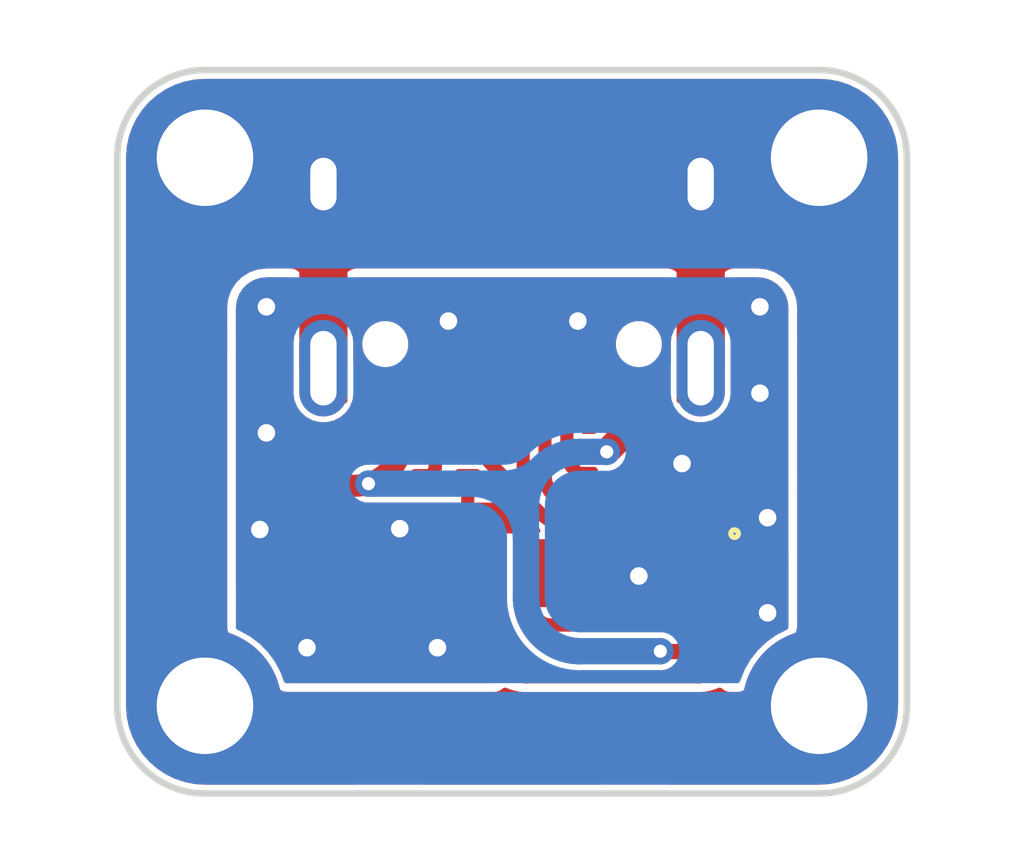
<source format=kicad_pcb>
(kicad_pcb (version 20211014) (generator pcbnew)
  (layers (0 "F.Cu" signal) (31 "B.Cu" signal) (34 "B.Paste" user) (35 "F.Paste" user) (36 "B.SilkS" user "B.Silkscreen") (37 "F.SilkS" user "F.Silkscreen") (38 "B.Mask" user) (39 "F.Mask" user) (44 "Edge.Cuts" user))
  (net 0 "")
  (net 1 "GNDPWR")
  (net 2 "GND")
  (net 3 "VBUS")
  (net 4 "+5V")
  (net 5 "DBUS-")
  (net 6 "DBUS+")
  (net 7 "Net-(J1-PadB5)")
  (net 8 "Net-(J1-PadA5)")
  (net 9 "D-")
  (net 10 "D+")
  (net 11 "Net-(J1-PadB8)")
  (net 12 "Net-(J1-PadA8)")
  (footprint "MX:TYPE-C-31-M-12" (layer "F.Cu") (at 96 64.8 180)
    (fp_text reference "J1")
    (fp_text value "TYPE-C-31-M12_13")
  )
  (footprint "MX:M2_MountingHole" (layer "F.Cu") (at 103 58.5)
    (fp_text reference "J3")
    (fp_text value "Conn_01x01")
  )
  (footprint "MX:M2_MountingHole" (layer "F.Cu") (at 103 71)
    (fp_text reference "J4")
    (fp_text value "Conn_01x01")
  )
  (footprint "MX:M2_MountingHole" (layer "F.Cu") (at 89 71)
    (fp_text reference "J5")
    (fp_text value "Conn_01x01")
  )
  (footprint "MX:M2_MountingHole" (layer "F.Cu") (at 89 58.5)
    (fp_text reference "J6")
    (fp_text value "Conn_01x01")
  )
  (footprint "MX:Fuse_0805" (layer "F.Cu") (at 91.3 66.98 -90)
    (fp_text reference "F1")
    (fp_text value "350mA")
  )
  (footprint "MX:R_0402" (layer "F.Cu") (at 94.49 65.9 180)
    (fp_text reference "R2")
    (fp_text value "5.1kΩ")
  )
  (footprint "MX:R_0402" (layer "F.Cu") (at 98.1583 65.8495)
    (fp_text reference "R1")
    (fp_text value "5.1kΩ")
  )
  (footprint "MX:SOT-666" (layer "F.Cu") (at 100.57224 68.4086 -90)
    (fp_text reference "U2")
    (fp_text value "USBLC6-2P6")
  )
  (footprint "MX:JST_SH" (layer "F.Cu") (at 96 68.75)
    (fp_text reference "J2")
    (fp_text value "JST SH")
  )
  (footprint "MX:L_0805" (layer "F.Cu") (at 102.4 65.33 180)
    (fp_text reference "L1")
    (fp_text value "60Ω@100MHz")
  )
  (gr_line (start 87 58.5) (end 87 71) (layer "Edge.Cuts") (width 0.15))
  (gr_line (start 105 71) (end 105 58.5) (layer "Edge.Cuts") (width 0.15))
  (gr_line (start 89 73) (end 103 73) (layer "Edge.Cuts") (width 0.15))
  (gr_line (start 89 56.5) (end 103 56.5) (layer "Edge.Cuts") (width 0.15))
  (gr_arc (start 105 71) (mid 104.414214 72.414214) (end 103 73) (layer "Edge.Cuts") (width 0.15))
  (gr_arc (start 103 56.5) (mid 104.414214 57.085786) (end 105 58.5) (layer "Edge.Cuts") (width 0.15))
  (gr_arc (start 87 58.5) (mid 87.585786 57.085786) (end 89 56.5) (layer "Edge.Cuts") (width 0.15))
  (gr_arc (start 89 73) (mid 87.585786 72.414214) (end 87 71) (layer "Edge.Cuts") (width 0.15))
  (segment (start 103.4 65.33) (end 104.285 65.33) (width 0.6) (layer "F.Cu") (net 1))
  (segment (start 89.85 71.85) (end 89 71) (width 1) (layer "F.Cu") (net 1))
  (segment (start 98.8 71.85) (end 102.15 71.85) (width 1) (layer "F.Cu") (net 1))
  (segment (start 93.2 71.85) (end 89.85 71.85) (width 1) (layer "F.Cu") (net 1))
  (segment (start 102.15 71.85) (end 103 71) (width 1) (layer "F.Cu") (net 1))
  (segment (start 103.4 65.33) (end 103.4 66.415) (width 0.6) (layer "F.Cu") (net 1))
  (segment (start 103.4 65.33) (end 103.4 64.245) (width 0.6) (layer "F.Cu") (net 1))
  (segment (start 100.3 63.3) (end 100.3 59.1) (width 1.1) (layer "F.Cu") (net 1))
  (segment (start 93.2 71.85) (end 98.8 71.85) (width 1) (layer "F.Cu") (net 1))
  (segment (start 91.7 63.3) (end 91.7 59.1) (width 1.1) (layer "F.Cu") (net 1))
  (segment (start 103.38 65.33) (end 103.38 65.15) (width 0.3) (layer "F.Cu") (net 1))
  (segment (start 94.99 65.9) (end 94.99 66.67) (width 0.3) (layer "F.Cu") (net 2))
  (segment (start 97.5 67.975) (end 98.825 67.975) (width 0.6) (layer "F.Cu") (net 2))
  (segment (start 101.4 65.33) (end 101.4 64.12) (width 0.6) (layer "F.Cu") (net 2))
  (segment (start 101.4 65.33) (end 101.4 66.36) (width 0.6) (layer "F.Cu") (net 2))
  (segment (start 99.25 64.075) (end 99.25 65.16) (width 0.6) (layer "F.Cu") (net 2))
  (segment (start 100.57224 67.7286) (end 100.57224 68.34224) (width 0.35) (layer "F.Cu") (net 2))
  (segment (start 98.825 67.975) (end 98.89 68.04) (width 0.6) (layer "F.Cu") (net 2))
  (segment (start 101.4 65.33) (end 100.58 65.33) (width 0.6) (layer "F.Cu") (net 2))
  (segment (start 101.4 64.12) (end 101.65 63.87) (width 0.6) (layer "F.Cu") (net 2))
  (segment (start 92.75 64.075) (end 92.75 65.005) (width 0.6) (layer "F.Cu") (net 2))
  (via (at 101.65 63.87) (size 0.8) (drill 0.4) (layers "F.Cu" "B.Cu") (net 2))
  (via (at 97.5 62.225) (size 0.8) (drill 0.4) (layers "F.Cu" "B.Cu") (net 2))
  (via (at 90.25 66.98) (size 0.8) (drill 0.4) (layers "F.Cu" "B.Cu") (net 2))
  (via (at 90.4 61.9) (size 0.8) (drill 0.4) (layers "F.Cu" "B.Cu") (net 2))
  (via (at 94.55 62.225) (size 0.8) (drill 0.4) (layers "F.Cu" "B.Cu") (net 2))
  (via (at 91.325 69.675) (size 0.8) (drill 0.4) (layers "F.Cu" "B.Cu") (net 2))
  (via (at 93.44 66.96) (size 0.8) (drill 0.4) (layers "F.Cu" "B.Cu") (net 2))
  (via (at 90.4 64.775) (size 0.8) (drill 0.4) (layers "F.Cu" "B.Cu") (net 2))
  (via (at 101.825 68.88) (size 0.8) (drill 0.4) (layers "F.Cu" "B.Cu") (net 2))
  (via (at 94.3 69.675) (size 0.8) (drill 0.4) (layers "F.Cu" "B.Cu") (net 2))
  (via (at 99.875 65.475) (size 0.8) (drill 0.4) (layers "F.Cu" "B.Cu") (net 2))
  (via (at 101.65 61.9) (size 0.8) (drill 0.4) (layers "F.Cu" "B.Cu") (net 2))
  (via (at 101.825 66.71) (size 0.8) (drill 0.4) (layers "F.Cu" "B.Cu") (net 2))
  (via (at 98.89 68.04) (size 0.8) (drill 0.4) (layers "F.Cu" "B.Cu") (net 2))
  (segment (start 100.568159 69.591048) (end 100.569113 69.585922) (width 0.35) (layer "F.Cu") (net 3))
  (segment (start 100.547155 69.64975) (end 100.549556 69.645122) (width 0.35) (layer "F.Cu") (net 3))
  (segment (start 100.500916 69.708565) (end 100.504736 69.705016) (width 0.35) (layer "F.Cu") (net 3))
  (segment (start 100.556069 69.630903) (end 100.558005 69.626061) (width 0.35) (layer "F.Cu") (net 3))
  (segment (start 100.536436 69.667633) (end 100.53928 69.663262) (width 0.35) (layer "F.Cu") (net 3))
  (segment (start 100.510015 69.699827) (end 100.513657 69.696095) (width 0.35) (layer "F.Cu") (net 3))
  (segment (start 100.551843 69.640436) (end 100.554015 69.635695) (width 0.35) (layer "F.Cu") (net 3))
  (segment (start 100.544641 69.654318) (end 100.547155 69.64975) (width 0.35) (layer "F.Cu") (net 3))
  (segment (start 100.513657 69.696095) (end 100.517206 69.692274) (width 0.35) (layer "F.Cu") (net 3))
  (segment (start 100.508467 69.701375) (end 100.510015 69.699827) (width 0.35) (layer "F.Cu") (net 3))
  (segment (start 100.561518 69.616243) (end 100.563093 69.611273) (width 0.35) (layer "F.Cu") (net 3))
  (segment (start 100.504736 69.705016) (end 100.508467 69.701375) (width 0.35) (layer "F.Cu") (net 3))
  (segment (start 100.434702 69.749365) (end 100.439543 69.747429) (width 0.35) (layer "F.Cu") (net 3))
  (segment (start 100.554015 69.635695) (end 100.556069 69.630903) (width 0.35) (layer "F.Cu") (net 3))
  (segment (start 100.414905 69.755905) (end 100.419913 69.754452) (width 0.35) (layer "F.Cu") (net 3))
  (segment (start 100.542015 69.658823) (end 100.544641 69.654318) (width 0.35) (layer "F.Cu") (net 3))
  (segment (start 100.488949 69.718634) (end 100.49302 69.715376) (width 0.35) (layer "F.Cu") (net 3))
  (segment (start 100.517206 69.692274) (end 100.52066 69.688368) (width 0.35) (layer "F.Cu") (net 3))
  (segment (start 100.409863 69.757234) (end 100.414905 69.755905) (width 0.35) (layer "F.Cu") (net 3))
  (segment (start 100.533487 69.671932) (end 100.536436 69.667633) (width 0.35) (layer "F.Cu") (net 3))
  (segment (start 100.559822 69.621174) (end 100.561518 69.616243) (width 0.35) (layer "F.Cu") (net 3))
  (segment (start 100.49302 69.715376) (end 100.497009 69.712019) (width 0.35) (layer "F.Cu") (net 3))
  (segment (start 100.52066 69.688368) (end 100.524017 69.684379) (width 0.35) (layer "F.Cu") (net 3))
  (segment (start 100.564545 69.606265) (end 100.565874 69.601223) (width 0.35) (layer "F.Cu") (net 3))
  (segment (start 100.558005 69.626061) (end 100.559822 69.621174) (width 0.35) (layer "F.Cu") (net 3))
  (segment (start 100.53928 69.663262) (end 100.542015 69.658823) (width 0.35) (layer "F.Cu") (net 3))
  (segment (start 100.524017 69.684379) (end 100.527275 69.680308) (width 0.35) (layer "F.Cu") (net 3))
  (segment (start 100.497009 69.712019) (end 100.500916 69.708565) (width 0.35) (layer "F.Cu") (net 3))
  (segment (start 100.565874 69.601223) (end 100.567079 69.59615) (width 0.35) (layer "F.Cu") (net 3))
  (segment (start 100.363455 69.738537) (end 100.368666 69.738345) (width 0.3) (layer "F.Cu") (net 3))
  (segment (start 99.3759 69.763601) (end 100.358241 69.763601) (width 0.35) (layer "F.Cu") (net 3))
  (segment (start 100.389415 69.761301) (end 100.394563 69.760473) (width 0.35) (layer "F.Cu") (net 3))
  (segment (start 100.563093 69.611273) (end 100.564545 69.606265) (width 0.35) (layer "F.Cu") (net 3))
  (segment (start 100.453762 69.740916) (end 100.458391 69.738514) (width 0.35) (layer "F.Cu") (net 3))
  (segment (start 100.368666 69.738345) (end 100.37387 69.738025) (width 0.3) (layer "F.Cu") (net 3))
  (segment (start 100.358241 69.738601) (end 100.363455 69.738537) (width 0.3) (layer "F.Cu") (net 3))
  (segment (start 100.484799 69.721792) (end 100.488949 69.718634) (width 0.35) (layer "F.Cu") (net 3))
  (segment (start 100.429814 69.751181) (end 100.434702 69.749365) (width 0.35) (layer "F.Cu") (net 3))
  (segment (start 100.439543 69.747429) (end 100.444336 69.745374) (width 0.35) (layer "F.Cu") (net 3))
  (segment (start 100.571985 69.560026) (end 100.572177 69.554815) (width 0.35) (layer "F.Cu") (net 3))
  (segment (start 100.571665 69.56523) (end 100.571985 69.560026) (width 0.35) (layer "F.Cu") (net 3))
  (segment (start 100.57224 69.549602) (end 100.57224 69.1136) (width 0.35) (layer "F.Cu") (net 3))
  (segment (start 100.449076 69.743203) (end 100.453762 69.740916) (width 0.35) (layer "F.Cu") (net 3))
  (segment (start 100.471903 69.730639) (end 100.476274 69.727796) (width 0.35) (layer "F.Cu") (net 3))
  (segment (start 100.384248 69.762003) (end 100.389415 69.761301) (width 0.35) (layer "F.Cu") (net 3))
  (segment (start 100.571218 69.570425) (end 100.571665 69.56523) (width 0.35) (layer "F.Cu") (net 3))
  (segment (start 100.419913 69.754452) (end 100.424884 69.752878) (width 0.35) (layer "F.Cu") (net 3))
  (segment (start 100.424884 69.752878) (end 100.429814 69.751181) (width 0.35) (layer "F.Cu") (net 3))
  (segment (start 100.462959 69.736) (end 100.467464 69.733375) (width 0.35) (layer "F.Cu") (net 3))
  (segment (start 100.476274 69.727796) (end 100.480573 69.724846) (width 0.35) (layer "F.Cu") (net 3))
  (segment (start 100.569113 69.585922) (end 100.569941 69.580774) (width 0.35) (layer "F.Cu") (net 3))
  (segment (start 100.570643 69.575608) (end 100.571218 69.570425) (width 0.35) (layer "F.Cu") (net 3))
  (segment (start 100.444336 69.745374) (end 100.449076 69.743203) (width 0.35) (layer "F.Cu") (net 3))
  (segment (start 100.40479 69.758438) (end 100.409863 69.757234) (width 0.35) (layer "F.Cu") (net 3))
  (segment (start 100.567079 69.59615) (end 100.568159 69.591048) (width 0.35) (layer "F.Cu") (net 3))
  (segment (start 100.379065 69.762577) (end 100.384248 69.762003) (width 0.35) (layer "F.Cu") (net 3))
  (segment (start 100.549556 69.645122) (end 100.551843 69.640436) (width 0.35) (layer "F.Cu") (net 3))
  (segment (start 100.572177 69.554815) (end 100.57224 69.549602) (width 0.35) (layer "F.Cu") (net 3))
  (segment (start 100.530432 69.676158) (end 100.533487 69.671932) (width 0.35) (layer "F.Cu") (net 3))
  (segment (start 100.458391 69.738514) (end 100.462959 69.736) (width 0.35) (layer "F.Cu") (net 3))
  (segment (start 100.527275 69.680308) (end 100.530432 69.676158) (width 0.35) (layer "F.Cu") (net 3))
  (segment (start 100.37387 69.738025) (end 100.379065 69.737577) (width 0.3) (layer "F.Cu") (net 3))
  (segment (start 100.467464 69.733375) (end 100.471903 69.730639) (width 0.35) (layer "F.Cu") (net 3))
  (segment (start 100.480573 69.724846) (end 100.484799 69.721792) (width 0.35) (layer "F.Cu") (net 3))
  (segment (start 100.569941 69.580774) (end 100.570643 69.575608) (width 0.35) (layer "F.Cu") (net 3))
  (segment (start 100.399689 69.759518) (end 100.40479 69.758438) (width 0.35) (layer "F.Cu") (net 3))
  (segment (start 100.394563 69.760473) (end 100.399689 69.759518) (width 0.35) (layer "F.Cu") (net 3))
  (segment (start 92.570847 65.96824) (end 92.597172 65.964004) (width 0.5) (layer "F.Cu") (net 3))
  (segment (start 93.48824 65.050847) (end 93.484004 65.077172) (width 0.5) (layer "F.Cu") (net 3))
  (segment (start 93.316908 65.495008) (end 93.301823 65.516994) (width 0.5) (layer "F.Cu") (net 3))
  (segment (start 92.544426 65.971829) (end 92.570847 65.96824) (width 0.5) (layer "F.Cu") (net 3))
  (segment (start 98.1583 65.20688) (end 98.45 64.91518) (width 0.6) (layer "F.Cu") (net 3))
  (segment (start 93.345435 65.449958) (end 93.331448 65.472658) (width 0.5) (layer "F.Cu") (net 3))
  (segment (start 93.160553 65.680421) (end 93.141018 65.698569) (width 0.5) (layer "F.Cu") (net 3))
  (segment (start 93.467441 65.155412) (end 93.460645 65.181195) (width 0.5) (layer "F.Cu") (net 3))
  (segment (start 93.5 64.89144) (end 93.499671 64.918101) (width 0.5) (layer "F.Cu") (net 3))
  (segment (start 92.49136 65.977055) (end 92.517925 65.974768) (width 0.5) (layer "F.Cu") (net 3))
  (segment (start 93.286204 65.538604) (end 93.270059 65.559824) (width 0.5) (layer "F.Cu") (net 3))
  (segment (start 93.236231 65.601043) (end 93.218568 65.621017) (width 0.5) (layer "F.Cu") (net 3))
  (segment (start 93.331448 65.472658) (end 93.316908 65.495008) (width 0.5) (layer "F.Cu") (net 3))
  (segment (start 93.181801 65.659637) (end 93.179638 65.661801) (width 0.5) (layer "F.Cu") (net 3))
  (segment (start 93.270059 65.559824) (end 93.253398 65.580641) (width 0.5) (layer "F.Cu") (net 3))
  (segment (start 92.851692 65.886796) (end 92.827185 65.897302) (width 0.5) (layer "F.Cu") (net 3))
  (segment (start 92.623385 65.959124) (end 92.64947 65.953602) (width 0.5) (layer "F.Cu") (net 3))
  (segment (start 92.517925 65.974768) (end 92.544426 65.971829) (width 0.5) (layer "F.Cu") (net 3))
  (segment (start 92.899895 65.863998) (end 92.875934 65.875693) (width 0.5) (layer "F.Cu") (net 3))
  (segment (start 93.5 64.125) (end 93.55 64.075) (width 0.5) (layer "F.Cu") (net 3))
  (segment (start 93.417302 65.307185) (end 93.406796 65.331691) (width 0.5) (layer "F.Cu") (net 3))
  (segment (start 93.499671 64.918101) (end 93.49869 64.944746) (width 0.5) (layer "F.Cu") (net 3))
  (segment (start 93.479124 65.103385) (end 93.473602 65.12947) (width 0.5) (layer "F.Cu") (net 3))
  (segment (start 92.923563 65.851718) (end 92.899895 65.863998) (width 0.5) (layer "F.Cu") (net 3))
  (segment (start 93.5 64.89144) (end 93.5 64.125) (width 0.5) (layer "F.Cu") (net 3))
  (segment (start 93.445166 65.232222) (end 93.436492 65.257435) (width 0.5) (layer "F.Cu") (net 3))
  (segment (start 92.777435 65.916492) (end 92.752222 65.925166) (width 0.5) (layer "F.Cu") (net 3))
  (segment (start 93.121044 65.716231) (end 93.100642 65.733398) (width 0.5) (layer "F.Cu") (net 3))
  (segment (start 92.946922 65.838862) (end 92.923563 65.851718) (width 0.5) (layer "F.Cu") (net 3))
  (segment (start 93.358861 65.426921) (end 93.345435 65.449958) (width 0.5) (layer "F.Cu") (net 3))
  (segment (start 93.395693 65.355933) (end 93.383998 65.379895) (width 0.5) (layer "F.Cu") (net 3))
  (segment (start 93.371718 65.403562) (end 93.358861 65.426921) (width 0.5) (layer "F.Cu") (net 3))
  (segment (start 93.453219 65.206803) (end 93.445166 65.232222) (width 0.5) (layer "F.Cu") (net 3))
  (segment (start 93.058605 65.766204) (end 93.036995 65.781823) (width 0.5) (layer "F.Cu") (net 3))
  (segment (start 93.079825 65.750059) (end 93.058605 65.766204) (width 0.5) (layer "F.Cu") (net 3))
  (segment (start 93.141018 65.698569) (end 93.121044 65.716231) (width 0.5) (layer "F.Cu") (net 3))
  (segment (start 92.597172 65.964004) (end 92.623385 65.959124) (width 0.5) (layer "F.Cu") (net 3))
  (segment (start 93.383998 65.379895) (end 93.371718 65.403562) (width 0.5) (layer "F.Cu") (net 3))
  (segment (start 92.992659 65.811448) (end 92.969959 65.825435) (width 0.5) (layer "F.Cu") (net 3))
  (segment (start 92.41144 65.98) (end 92.438101 65.979672) (width 0.5) (layer "F.Cu") (net 3))
  (segment (start 92.464746 65.97869) (end 92.49136 65.977055) (width 0.5) (layer "F.Cu") (net 3))
  (segment (start 93.200421 65.640552) (end 93.181801 65.659637) (width 0.5) (layer "F.Cu") (net 3))
  (segment (start 93.460645 65.181195) (end 93.453219 65.206803) (width 0.5) (layer "F.Cu") (net 3))
  (segment (start 92.438101 65.979672) (end 92.464746 65.97869) (width 0.5) (layer "F.Cu") (net 3))
  (segment (start 93.484004 65.077172) (end 93.479124 65.103385) (width 0.5) (layer "F.Cu") (net 3))
  (segment (start 93.491828 65.024426) (end 93.48824 65.050847) (width 0.5) (layer "F.Cu") (net 3))
  (segment (start 93.494767 64.997925) (end 93.491828 65.024426) (width 0.5) (layer "F.Cu") (net 3))
  (segment (start 92.675412 65.947441) (end 92.701195 65.940645) (width 0.5) (layer "F.Cu") (net 3))
  (segment (start 93.253398 65.580641) (end 93.236231 65.601043) (width 0.5) (layer "F.Cu") (net 3))
  (segment (start 92.969959 65.825435) (end 92.946922 65.838862) (width 0.5) (layer "F.Cu") (net 3))
  (segment (start 93.015009 65.796908) (end 92.992659 65.811448) (width 0.5) (layer "F.Cu") (net 3))
  (segment (start 93.179638 65.661801) (end 93.160553 65.680421) (width 0.5) (layer "F.Cu") (net 3))
  (segment (start 92.64947 65.953602) (end 92.675412 65.947441) (width 0.5) (layer "F.Cu") (net 3))
  (segment (start 92.701195 65.940645) (end 92.726804 65.933219) (width 0.5) (layer "F.Cu") (net 3))
  (segment (start 93.406796 65.331691) (end 93.395693 65.355933) (width 0.5) (layer "F.Cu") (net 3))
  (segment (start 92.752222 65.925166) (end 92.726804 65.933219) (width 0.5) (layer "F.Cu") (net 3))
  (segment (start 93.49869 64.944746) (end 93.497055 64.97136) (width 0.5) (layer "F.Cu") (net 3))
  (segment (start 93.100642 65.733398) (end 93.079825 65.750059) (width 0.5) (layer "F.Cu") (net 3))
  (segment (start 93.036995 65.781823) (end 93.015009 65.796908) (width 0.5) (layer "F.Cu") (net 3))
  (segment (start 93.427202 65.282428) (end 93.417302 65.307185) (width 0.5) (layer "F.Cu") (net 3))
  (segment (start 93.436492 65.257435) (end 93.427202 65.282428) (width 0.5) (layer "F.Cu") (net 3))
  (segment (start 92.827185 65.897302) (end 92.802428 65.907202) (width 0.5) (layer "F.Cu") (net 3))
  (segment (start 93.301823 65.516994) (end 93.286204 65.538604) (width 0.5) (layer "F.Cu") (net 3))
  (segment (start 93.497055 64.97136) (end 93.494767 64.997925) (width 0.5) (layer "F.Cu") (net 3))
  (segment (start 92.802428 65.907202) (end 92.777435 65.916492) (width 0.5) (layer "F.Cu") (net 3))
  (segment (start 93.218568 65.621017) (end 93.200421 65.640552) (width 0.5) (layer "F.Cu") (net 3))
  (segment (start 92.875934 65.875693) (end 92.851692 65.886796) (width 0.5) (layer "F.Cu") (net 3))
  (segment (start 98.45 64.91518) (end 98.45 64.075) (width 0.6) (layer "F.Cu") (net 3))
  (segment (start 93.473602 65.12947) (end 93.467441 65.155412) (width 0.5) (layer "F.Cu") (net 3))
  (segment (start 91.3 65.98) (end 92.41144 65.98) (width 0.5) (layer "F.Cu") (net 3))
  (segment (start 92.726804 65.933219) (end 92.726804 65.933219) (width 0.5) (layer "F.Cu") (net 3))
  (via (at 98.1583 65.20688) (size 0.6) (drill 0.3) (layers "F.Cu" "B.Cu") (net 3))
  (via (at 99.38 69.755) (size 0.6) (drill 0.3) (layers "F.Cu" "B.Cu") (net 3))
  (via (at 92.726804 65.933219) (size 0.6) (drill 0.3) (layers "F.Cu" "B.Cu") (net 3))
  (segment (start 95.80426 65.93332) (end 95.834477 65.932949) (width 0.6) (layer "B.Cu") (net 3))
  (segment (start 95.864675 65.931836) (end 95.894837 65.929983) (width 0.6) (layer "B.Cu") (net 3))
  (segment (start 95.924944 65.927391) (end 95.954979 65.92406) (width 0.6) (layer "B.Cu") (net 3))
  (segment (start 95.984922 65.919993) (end 96.014757 65.915193) (width 0.6) (layer "B.Cu") (net 3))
  (segment (start 96.014757 65.915193) (end 96.044465 65.909661) (width 0.6) (layer "B.Cu") (net 3))
  (segment (start 96.044465 65.909661) (end 96.074029 65.903403) (width 0.6) (layer "B.Cu") (net 3))
  (segment (start 96.074029 65.903403) (end 96.10343 65.89642) (width 0.6) (layer "B.Cu") (net 3))
  (segment (start 95.954979 65.92406) (end 95.984922 65.919993) (width 0.6) (layer "B.Cu") (net 3))
  (segment (start 95.834477 65.932949) (end 95.864675 65.931836) (width 0.6) (layer "B.Cu") (net 3))
  (segment (start 95.894837 65.929983) (end 95.924944 65.927391) (width 0.6) (layer "B.Cu") (net 3))
  (segment (start 96.161674 65.880302) (end 96.190481 65.871176) (width 0.6) (layer "B.Cu") (net 3))
  (segment (start 96.275439 65.839596) (end 96.303214 65.82769) (width 0.6) (layer "B.Cu") (net 3))
  (segment (start 96.60848 65.634383) (end 96.631117 65.614366) (width 0.6) (layer "B.Cu") (net 3))
  (segment (start 96.384668 65.787935) (end 96.411141 65.773364) (width 0.6) (layer "B.Cu") (net 3))
  (segment (start 96.513224 65.708721) (end 96.537715 65.691019) (width 0.6) (layer "B.Cu") (net 3))
  (segment (start 96.561764 65.672721) (end 96.585357 65.653839) (width 0.6) (layer "B.Cu") (net 3))
  (segment (start 96.43725 65.758148) (end 96.462976 65.742295) (width 0.6) (layer "B.Cu") (net 3))
  (segment (start 96.10343 65.89642) (end 96.132651 65.888719) (width 0.6) (layer "B.Cu") (net 3))
  (segment (start 96.132651 65.888719) (end 96.161674 65.880302) (width 0.6) (layer "B.Cu") (net 3))
  (segment (start 96.303214 65.82769) (end 96.330688 65.815106) (width 0.6) (layer "B.Cu") (net 3))
  (segment (start 96.330688 65.815106) (end 96.357844 65.801852) (width 0.6) (layer "B.Cu") (net 3))
  (segment (start 96.462976 65.742295) (end 96.488306 65.725816) (width 0.6) (layer "B.Cu") (net 3))
  (segment (start 96.357844 65.801852) (end 96.384668 65.787935) (width 0.6) (layer "B.Cu") (net 3))
  (segment (start 96.488306 65.725816) (end 96.513224 65.708721) (width 0.6) (layer "B.Cu") (net 3))
  (segment (start 96.585357 65.653839) (end 96.60848 65.634383) (width 0.6) (layer "B.Cu") (net 3))
  (segment (start 96.411141 65.773364) (end 96.43725 65.758148) (width 0.6) (layer "B.Cu") (net 3))
  (segment (start 96.537715 65.691019) (end 96.561764 65.672721) (width 0.6) (layer "B.Cu") (net 3))
  (segment (start 96.631117 65.614366) (end 96.653257 65.593799) (width 0.6) (layer "B.Cu") (net 3))
  (segment (start 96.190481 65.871176) (end 96.219056 65.861346) (width 0.6) (layer "B.Cu") (net 3))
  (segment (start 96.247381 65.850817) (end 96.275439 65.839596) (width 0.6) (layer "B.Cu") (net 3))
  (segment (start 96.653257 65.593799) (end 96.674885 65.572695) (width 0.6) (layer "B.Cu") (net 3))
  (segment (start 96.219056 65.861346) (end 96.247381 65.850817) (width 0.6) (layer "B.Cu") (net 3))
  (segment (start 96.435012 69.048226) (end 96.422428 69.020752) (width 0.6) (layer "B.Cu") (net 3))
  (segment (start 97.164479 65.269022) (end 97.193287 65.259896) (width 0.6) (layer "B.Cu") (net 3))
  (segment (start 96.476754 69.12868) (end 96.462183 69.102206) (width 0.6) (layer "B.Cu") (net 3))
  (segment (start 96.317169 66.410563) (end 96.3168 66.44078) (width 0.6) (layer "B.Cu") (net 3))
  (segment (start 96.866654 65.414382) (end 96.891984 65.397903) (width 0.6) (layer "B.Cu") (net 3))
  (segment (start 96.59628 69.302895) (end 96.577397 69.279302) (width 0.6) (layer "B.Cu") (net 3))
  (segment (start 96.524301 65.756734) (end 96.541397 65.731816) (width 0.6) (layer "B.Cu") (net 3))
  (segment (start 97.078821 69.661276) (end 97.051046 69.64937) (width 0.6) (layer "B.Cu") (net 3))
  (segment (start 96.422428 65.941826) (end 96.435011 65.914353) (width 0.6) (layer "B.Cu") (net 3))
  (segment (start 95.633943 66.064787) (end 95.606786 66.051532) (width 0.6) (layer "B.Cu") (net 3))
  (segment (start 97.399281 69.74574) (end 97.369338 69.741673) (width 0.6) (layer "B.Cu") (net 3))
  (segment (start 96.680075 65.567504) (end 96.701703 65.546399) (width 0.6) (layer "B.Cu") (net 3))
  (segment (start 96.524302 69.205844) (end 96.507823 69.180514) (width 0.6) (layer "B.Cu") (net 3))
  (segment (start 95.52348 66.015822) (end 95.495155 66.005293) (width 0.6) (layer "B.Cu") (net 3))
  (segment (start 96.74648 65.505815) (end 96.769603 65.48636) (width 0.6) (layer "B.Cu") (net 3))
  (segment (start 96.891284 69.563975) (end 96.865954 69.547496) (width 0.6) (layer "B.Cu") (net 3))
  (segment (start 97.051046 69.64937) (end 97.023572 69.636786) (width 0.6) (layer "B.Cu") (net 3))
  (segment (start 96.462183 65.860372) (end 96.476754 65.833899) (width 0.6) (layer "B.Cu") (net 3))
  (segment (start 96.369816 68.879212) (end 96.3614 68.850189) (width 0.6) (layer "B.Cu") (net 3))
  (segment (start 96.841036 69.530401) (end 96.816545 69.512699) (width 0.6) (layer "B.Cu") (net 3))
  (segment (start 96.943119 69.595044) (end 96.91701 69.579828) (width 0.6) (layer "B.Cu") (net 3))
  (segment (start 96.353698 68.820968) (end 96.346716 68.791568) (width 0.6) (layer "B.Cu") (net 3))
  (segment (start 96.378943 68.90802) (end 96.369816 68.879212) (width 0.6) (layer "B.Cu") (net 3))
  (segment (start 97.024272 65.325092) (end 97.051746 65.312508) (width 0.6) (layer "B.Cu") (net 3))
  (segment (start 97.489585 69.753516) (end 97.459423 69.751663) (width 0.6) (layer "B.Cu") (net 3))
  (segment (start 96.615735 69.326017) (end 96.59628 69.302895) (width 0.6) (layer "B.Cu") (net 3))
  (segment (start 95.660766 66.078703) (end 95.633943 66.064787) (width 0.6) (layer "B.Cu") (net 3))
  (segment (start 97.221609 69.710399) (end 97.192586 69.701982) (width 0.6) (layer "B.Cu") (net 3))
  (segment (start 96.507822 65.782064) (end 96.524301 65.756734) (width 0.6) (layer "B.Cu") (net 3))
  (segment (start 97.310495 65.230537) (end 97.340203 65.225006) (width 0.6) (layer "B.Cu") (net 3))
  (segment (start 96.30754 67.019041) (end 96.303473 66.989098) (width 0.6) (layer "B.Cu") (net 3))
  (segment (start 96.723843 65.525833) (end 96.74648 65.505815) (width 0.6) (layer "B.Cu") (net 3))
  (segment (start 95.884577 66.232255) (end 95.861455 66.2128) (width 0.6) (layer "B.Cu") (net 3))
  (segment (start 96.326058 66.290061) (end 96.322727 66.320096) (width 0.6) (layer "B.Cu") (net 3))
  (segment (start 97.051746 65.312508) (end 97.079521 65.300602) (width 0.6) (layer "B.Cu") (net 3))
  (segment (start 96.841736 65.431477) (end 96.866654 65.414382) (width 0.6) (layer "B.Cu") (net 3))
  (segment (start 96.817245 65.449179) (end 96.841736 65.431477) (width 0.6) (layer "B.Cu") (net 3))
  (segment (start 96.346716 68.791568) (end 96.340457 68.762004) (width 0.6) (layer "B.Cu") (net 3))
  (segment (start 96.5591 69.255253) (end 96.541398 69.230762) (width 0.6) (layer "B.Cu") (net 3))
  (segment (start 97.519783 69.754629) (end 97.489585 69.753516) (width 0.6) (layer "B.Cu") (net 3))
  (segment (start 96.462183 69.102206) (end 96.448267 69.075383) (width 0.6) (layer "B.Cu") (net 3))
  (segment (start 96.286883 66.899991) (end 96.2799 66.87059) (width 0.6) (layer "B.Cu") (net 3))
  (segment (start 95.956175 66.299135) (end 95.950984 66.293944) (width 0.6) (layer "B.Cu") (net 3))
  (segment (start 96.223076 66.698581) (end 96.21117 66.670806) (width 0.6) (layer "B.Cu") (net 3))
  (segment (start 96.322727 66.320096) (end 96.320135 66.350203) (width 0.6) (layer "B.Cu") (net 3))
  (segment (start 92.726804 65.933219) (end 96.413821 65.933219) (width 0.6) (layer "B.Cu") (net 3))
  (segment (start 95.110576 65.93369) (end 95.08036 65.93332) (width 0.6) (layer "B.Cu") (net 3))
  (segment (start 96.996416 69.623532) (end 96.969592 69.609615) (width 0.6) (layer "B.Cu") (net 3))
  (segment (start 96.701703 65.546399) (end 96.723843 65.525833) (width 0.6) (layer "B.Cu") (net 3))
  (segment (start 96.3168 68.5218) (end 96.3168 66.44078) (width 0.6) (layer "B.Cu") (net 3))
  (segment (start 95.408749 65.97792) (end 95.379528 65.970218) (width 0.6) (layer "B.Cu") (net 3))
  (segment (start 97.459423 69.751663) (end 97.429316 69.749071) (width 0.6) (layer "B.Cu") (net 3))
  (segment (start 97.079521 65.300602) (end 97.107579 65.289382) (width 0.6) (layer "B.Cu") (net 3))
  (segment (start 96.559099 65.707325) (end 96.577396 65.683276) (width 0.6) (layer "B.Cu") (net 3))
  (segment (start 95.201043 65.939248) (end 95.170936 65.936655) (width 0.6) (layer "B.Cu") (net 3))
  (segment (start 97.22231 65.25148) (end 97.25153 65.243778) (width 0.6) (layer "B.Cu") (net 3))
  (segment (start 96.263782 66.812346) (end 96.254656 66.783539) (width 0.6) (layer "B.Cu") (net 3))
  (segment (start 96.2799 66.87059) (end 96.272199 66.841369) (width 0.6) (layer "B.Cu") (net 3))
  (segment (start 95.170936 65.936655) (end 95.140774 65.934802) (width 0.6) (layer "B.Cu") (net 3))
  (segment (start 96.91701 69.579828) (end 96.891284 69.563975) (width 0.6) (layer "B.Cu") (net 3))
  (segment (start 96.435011 65.914353) (end 96.448266 65.887196) (width 0.6) (layer "B.Cu") (net 3))
  (segment (start 95.789322 66.157918) (end 95.764404 66.140822) (width 0.6) (layer "B.Cu") (net 3))
  (segment (start 96.326059 68.672517) (end 96.322728 68.642483) (width 0.6) (layer "B.Cu") (net 3))
  (segment (start 97.520483 65.20725) (end 97.5507 65.20688) (width 0.6) (layer "B.Cu") (net 3))
  (segment (start 96.422428 65.941826) (end 96.410522 65.969601) (width 0.6) (layer "B.Cu") (net 3))
  (segment (start 97.369338 69.741673) (end 97.339503 69.736873) (width 0.6) (layer "B.Cu") (net 3))
  (segment (start 96.361399 66.11239) (end 96.353698 66.14161) (width 0.6) (layer "B.Cu") (net 3))
  (segment (start 96.320135 66.350203) (end 96.318282 66.380365) (width 0.6) (layer "B.Cu") (net 3))
  (segment (start 96.303473 66.989098) (end 96.298673 66.959263) (width 0.6) (layer "B.Cu") (net 3))
  (segment (start 95.495155 66.005293) (end 95.46658 65.995463) (width 0.6) (layer "B.Cu") (net 3))
  (segment (start 95.606786 66.051532) (end 95.579312 66.038948) (width 0.6) (layer "B.Cu") (net 3))
  (segment (start 97.399981 65.216139) (end 97.430016 65.212808) (width 0.6) (layer "B.Cu") (net 3))
  (segment (start 96.185332 66.616176) (end 96.171415 66.589352) (width 0.6) (layer "B.Cu") (net 3))
  (segment (start 96.037319 66.388663) (end 96.017863 66.36554) (width 0.6) (layer "B.Cu") (net 3))
  (segment (start 97.339503 69.736873) (end 97.309795 69.731341) (width 0.6) (layer "B.Cu") (net 3))
  (segment (start 95.907215 66.252273) (end 95.884577 66.232255) (width 0.6) (layer "B.Cu") (net 3))
  (segment (start 96.997116 65.338346) (end 97.024272 65.325092) (width 0.6) (layer "B.Cu") (net 3))
  (segment (start 95.46658 65.995463) (end 95.437772 65.986336) (width 0.6) (layer "B.Cu") (net 3))
  (segment (start 95.290856 65.951446) (end 95.261021 65.946646) (width 0.6) (layer "B.Cu") (net 3))
  (segment (start 96.970292 65.352263) (end 96.997116 65.338346) (width 0.6) (layer "B.Cu") (net 3))
  (segment (start 96.701003 69.415479) (end 96.679375 69.394375) (width 0.6) (layer "B.Cu") (net 3))
  (segment (start 96.577396 65.683276) (end 96.596279 65.659683) (width 0.6) (layer "B.Cu") (net 3))
  (segment (start 95.929355 66.27284) (end 95.907215 66.252273) (width 0.6) (layer "B.Cu") (net 3))
  (segment (start 96.31717 68.552016) (end 96.3168 68.5218) (width 0.6) (layer "B.Cu") (net 3))
  (segment (start 96.109296 66.485714) (end 96.092201 66.460796) (width 0.6) (layer "B.Cu") (net 3))
  (segment (start 96.410522 65.969601) (end 96.399301 65.997659) (width 0.6) (layer "B.Cu") (net 3))
  (segment (start 96.615734 65.636561) (end 96.635752 65.613923) (width 0.6) (layer "B.Cu") (net 3))
  (segment (start 95.379528 65.970218) (end 95.350128 65.963236) (width 0.6) (layer "B.Cu") (net 3))
  (segment (start 96.334926 68.732296) (end 96.330126 68.702461) (width 0.6) (layer "B.Cu") (net 3))
  (segment (start 97.460123 65.210215) (end 97.490285 65.208362) (width 0.6) (layer "B.Cu") (net 3))
  (segment (start 96.388773 68.936595) (end 96.378943 68.90802) (width 0.6) (layer "B.Cu") (net 3))
  (segment (start 95.813813 66.17562) (end 95.789322 66.157918) (width 0.6) (layer "B.Cu") (net 3))
  (segment (start 96.346715 66.171011) (end 96.340457 66.200575) (width 0.6) (layer "B.Cu") (net 3))
  (segment (start 97.106879 69.672497) (end 97.078821 69.661276) (width 0.6) (layer "B.Cu") (net 3))
  (segment (start 96.254656 66.783539) (end 96.244826 66.754964) (width 0.6) (layer "B.Cu") (net 3))
  (segment (start 96.943819 65.366834) (end 96.970292 65.352263) (width 0.6) (layer "B.Cu") (net 3))
  (segment (start 96.865954 69.547496) (end 96.841036 69.530401) (width 0.6) (layer "B.Cu") (net 3))
  (segment (start 95.320564 65.956977) (end 95.290856 65.951446) (width 0.6) (layer "B.Cu") (net 3))
  (segment (start 96.353698 66.14161) (end 96.346715 66.171011) (width 0.6) (layer "B.Cu") (net 3))
  (segment (start 96.677423 65.570155) (end 96.680075 65.567504) (width 0.6) (layer "B.Cu") (net 3))
  (segment (start 96.171415 66.589352) (end 96.156844 66.562879) (width 0.6) (layer "B.Cu") (net 3))
  (segment (start 96.310871 67.049076) (end 96.30754 67.019041) (width 0.6) (layer "B.Cu") (net 3))
  (segment (start 97.429316 69.749071) (end 97.399281 69.74574) (width 0.6) (layer "B.Cu") (net 3))
  (segment (start 96.330125 66.260118) (end 96.326058 66.290061) (width 0.6) (layer "B.Cu") (net 3))
  (segment (start 96.125775 66.511044) (end 96.109296 66.485714) (width 0.6) (layer "B.Cu") (net 3))
  (segment (start 95.551538 66.027042) (end 95.52348 66.015822) (width 0.6) (layer "B.Cu") (net 3))
  (segment (start 96.340457 66.200575) (end 96.334926 66.230283) (width 0.6) (layer "B.Cu") (net 3))
  (segment (start 95.437772 65.986336) (end 95.408749 65.97792) (width 0.6) (layer "B.Cu") (net 3))
  (segment (start 96.74578 69.456063) (end 96.723143 69.436046) (width 0.6) (layer "B.Cu") (net 3))
  (segment (start 96.3168 67.16976) (end 96.316429 67.139543) (width 0.6) (layer "B.Cu") (net 3))
  (segment (start 96.369816 66.083367) (end 96.361399 66.11239) (width 0.6) (layer "B.Cu") (net 3))
  (segment (start 96.272199 66.841369) (end 96.263782 66.812346) (width 0.6) (layer "B.Cu") (net 3))
  (segment (start 96.322728 68.642483) (end 96.320135 68.612376) (width 0.6) (layer "B.Cu") (net 3))
  (segment (start 96.677424 69.392424) (end 96.65632 69.370795) (width 0.6) (layer "B.Cu") (net 3))
  (segment (start 97.5507 65.20688) (end 98.1583 65.20688) (width 0.6) (layer "B.Cu") (net 3))
  (segment (start 96.092201 66.460796) (end 96.074499 66.436305) (width 0.6) (layer "B.Cu") (net 3))
  (segment (start 97.280231 69.725083) (end 97.25083 69.7181) (width 0.6) (layer "B.Cu") (net 3))
  (segment (start 97.135904 65.278853) (end 97.164479 65.269022) (width 0.6) (layer "B.Cu") (net 3))
  (segment (start 97.25153 65.243778) (end 97.280931 65.236796) (width 0.6) (layer "B.Cu") (net 3))
  (segment (start 95.739074 66.124343) (end 95.713348 66.108491) (width 0.6) (layer "B.Cu") (net 3))
  (segment (start 96.541398 69.230762) (end 96.524302 69.205844) (width 0.6) (layer "B.Cu") (net 3))
  (segment (start 96.476754 65.833899) (end 96.49197 65.807791) (width 0.6) (layer "B.Cu") (net 3))
  (segment (start 97.107579 65.289382) (end 97.135904 65.278853) (width 0.6) (layer "B.Cu") (net 3))
  (segment (start 96.410522 68.992978) (end 96.399302 68.96492) (width 0.6) (layer "B.Cu") (net 3))
  (segment (start 97.193287 65.259896) (end 97.22231 65.25148) (width 0.6) (layer "B.Cu") (net 3))
  (segment (start 96.656318 65.591783) (end 96.677423 65.570155) (width 0.6) (layer "B.Cu") (net 3))
  (segment (start 95.261021 65.946646) (end 95.231077 65.942579) (width 0.6) (layer "B.Cu") (net 3))
  (segment (start 96.234297 66.726639) (end 96.223076 66.698581) (width 0.6) (layer "B.Cu") (net 3))
  (segment (start 96.448266 65.887196) (end 96.462183 65.860372) (width 0.6) (layer "B.Cu") (net 3))
  (segment (start 96.49197 65.807791) (end 96.507822 65.782064) (width 0.6) (layer "B.Cu") (net 3))
  (segment (start 97.55 69.755) (end 97.519783 69.754629) (width 0.6) (layer "B.Cu") (net 3))
  (segment (start 96.244826 66.754964) (end 96.234297 66.726639) (width 0.6) (layer "B.Cu") (net 3))
  (segment (start 96.298673 66.959263) (end 96.293141 66.929555) (width 0.6) (layer "B.Cu") (net 3))
  (segment (start 96.541397 65.731816) (end 96.559099 65.707325) (width 0.6) (layer "B.Cu") (net 3))
  (segment (start 96.156844 66.562879) (end 96.141628 66.53677) (width 0.6) (layer "B.Cu") (net 3))
  (segment (start 95.861455 66.2128) (end 95.837862 66.193917) (width 0.6) (layer "B.Cu") (net 3))
  (segment (start 96.141628 66.53677) (end 96.125775 66.511044) (width 0.6) (layer "B.Cu") (net 3))
  (segment (start 96.318282 66.380365) (end 96.317169 66.410563) (width 0.6) (layer "B.Cu") (net 3))
  (segment (start 96.792496 69.494401) (end 96.768903 69.475519) (width 0.6) (layer "B.Cu") (net 3))
  (segment (start 96.635752 65.613923) (end 96.656318 65.591783) (width 0.6) (layer "B.Cu") (net 3))
  (segment (start 96.917711 65.38205) (end 96.943819 65.366834) (width 0.6) (layer "B.Cu") (net 3))
  (segment (start 97.25083 69.7181) (end 97.221609 69.710399) (width 0.6) (layer "B.Cu") (net 3))
  (segment (start 96.315316 67.109345) (end 96.313463 67.079183) (width 0.6) (layer "B.Cu") (net 3))
  (segment (start 96.679375 69.394375) (end 96.677424 69.392424) (width 0.6) (layer "B.Cu") (net 3))
  (segment (start 97.280931 65.236796) (end 97.310495 65.230537) (width 0.6) (layer "B.Cu") (net 3))
  (segment (start 96.413821 65.933219) (end 96.422428 65.941826) (width 0.6) (layer "B.Cu") (net 3))
  (segment (start 96.056201 66.412256) (end 96.037319 66.388663) (width 0.6) (layer "B.Cu") (net 3))
  (segment (start 95.579312 66.038948) (end 95.551538 66.027042) (width 0.6) (layer "B.Cu") (net 3))
  (segment (start 96.793196 65.467477) (end 96.817245 65.449179) (width 0.6) (layer "B.Cu") (net 3))
  (segment (start 96.577397 69.279302) (end 96.5591 69.255253) (width 0.6) (layer "B.Cu") (net 3))
  (segment (start 96.491971 69.154788) (end 96.476754 69.12868) (width 0.6) (layer "B.Cu") (net 3))
  (segment (start 96.378942 66.054559) (end 96.369816 66.083367) (width 0.6) (layer "B.Cu") (net 3))
  (segment (start 96.507823 69.180514) (end 96.491971 69.154788) (width 0.6) (layer "B.Cu") (net 3))
  (segment (start 97.490285 65.208362) (end 97.520483 65.20725) (width 0.6) (layer "B.Cu") (net 3))
  (segment (start 96.891984 65.397903) (end 96.917711 65.38205) (width 0.6) (layer "B.Cu") (net 3))
  (segment (start 97.192586 69.701982) (end 97.163779 69.692856) (width 0.6) (layer "B.Cu") (net 3))
  (segment (start 96.320135 68.612376) (end 96.318282 68.582214) (width 0.6) (layer "B.Cu") (net 3))
  (segment (start 96.017863 66.36554) (end 95.997846 66.342903) (width 0.6) (layer "B.Cu") (net 3))
  (segment (start 96.313463 67.079183) (end 96.310871 67.049076) (width 0.6) (layer "B.Cu") (net 3))
  (segment (start 96.330126 68.702461) (end 96.326059 68.672517) (width 0.6) (layer "B.Cu") (net 3))
  (segment (start 96.21117 66.670806) (end 96.198586 66.643332) (width 0.6) (layer "B.Cu") (net 3))
  (segment (start 96.635753 69.348655) (end 96.615735 69.326017) (width 0.6) (layer "B.Cu") (net 3))
  (segment (start 96.422428 69.020752) (end 96.410522 68.992978) (width 0.6) (layer "B.Cu") (net 3))
  (segment (start 96.816545 69.512699) (end 96.792496 69.494401) (width 0.6) (layer "B.Cu") (net 3))
  (segment (start 95.997846 66.342903) (end 95.977279 66.320763) (width 0.6) (layer "B.Cu") (net 3))
  (segment (start 96.399302 68.96492) (end 96.388773 68.936595) (width 0.6) (layer "B.Cu") (net 3))
  (segment (start 96.65632 69.370795) (end 96.635753 69.348655) (width 0.6) (layer "B.Cu") (net 3))
  (segment (start 96.399301 65.997659) (end 96.388772 66.025984) (width 0.6) (layer "B.Cu") (net 3))
  (segment (start 97.163779 69.692856) (end 97.135204 69.683026) (width 0.6) (layer "B.Cu") (net 3))
  (segment (start 95.950984 66.293944) (end 95.929355 66.27284) (width 0.6) (layer "B.Cu") (net 3))
  (segment (start 96.316429 67.139543) (end 96.315316 67.109345) (width 0.6) (layer "B.Cu") (net 3))
  (segment (start 96.074499 66.436305) (end 96.056201 66.412256) (width 0.6) (layer "B.Cu") (net 3))
  (segment (start 97.309795 69.731341) (end 97.280231 69.725083) (width 0.6) (layer "B.Cu") (net 3))
  (segment (start 97.370038 65.220206) (end 97.399981 65.216139) (width 0.6) (layer "B.Cu") (net 3))
  (segment (start 95.977279 66.320763) (end 95.956175 66.299135) (width 0.6) (layer "B.Cu") (net 3))
  (segment (start 95.350128 65.963236) (end 95.320564 65.956977) (width 0.6) (layer "B.Cu") (net 3))
  (segment (start 96.723143 69.436046) (end 96.701003 69.415479) (width 0.6) (layer "B.Cu") (net 3))
  (segment (start 96.768903 69.475519) (end 96.74578 69.456063) (width 0.6) (layer "B.Cu") (net 3))
  (segment (start 96.969592 69.609615) (end 96.943119 69.595044) (width 0.6) (layer "B.Cu") (net 3))
  (segment (start 95.231077 65.942579) (end 95.201043 65.939248) (width 0.6) (layer "B.Cu") (net 3))
  (segment (start 96.318282 68.582214) (end 96.31717 68.552016) (width 0.6) (layer "B.Cu") (net 3))
  (segment (start 95.713348 66.108491) (end 95.68724 66.093274) (width 0.6) (layer "B.Cu") (net 3))
  (segment (start 96.388772 66.025984) (end 96.378942 66.054559) (width 0.6) (layer "B.Cu") (net 3))
  (segment (start 95.837862 66.193917) (end 95.813813 66.17562) (width 0.6) (layer "B.Cu") (net 3))
  (segment (start 97.023572 69.636786) (end 96.996416 69.623532) (width 0.6) (layer "B.Cu") (net 3))
  (segment (start 95.764404 66.140822) (end 95.739074 66.124343) (width 0.6) (layer "B.Cu") (net 3))
  (segment (start 97.135204 69.683026) (end 97.106879 69.672497) (width 0.6) (layer "B.Cu") (net 3))
  (segment (start 96.769603 65.48636) (end 96.793196 65.467477) (width 0.6) (layer "B.Cu") (net 3))
  (segment (start 96.293141 66.929555) (end 96.286883 66.899991) (width 0.6) (layer "B.Cu") (net 3))
  (segment (start 96.340457 68.762004) (end 96.334926 68.732296) (width 0.6) (layer "B.Cu") (net 3))
  (segment (start 97.430016 65.212808) (end 97.460123 65.210215) (width 0.6) (layer "B.Cu") (net 3))
  (segment (start 96.334926 66.230283) (end 96.330125 66.260118) (width 0.6) (layer "B.Cu") (net 3))
  (segment (start 96.198586 66.643332) (end 96.185332 66.616176) (width 0.6) (layer "B.Cu") (net 3))
  (segment (start 95.140774 65.934802) (end 95.110576 65.93369) (width 0.6) (layer "B.Cu") (net 3))
  (segment (start 96.448267 69.075383) (end 96.435012 69.048226) (width 0.6) (layer "B.Cu") (net 3))
  (segment (start 97.340203 65.225006) (end 97.370038 65.220206) (width 0.6) (layer "B.Cu") (net 3))
  (segment (start 97.55 69.755) (end 99.38 69.755) (width 0.6) (layer "B.Cu") (net 3))
  (segment (start 96.596279 65.659683) (end 96.615734 65.636561) (width 0.6) (layer "B.Cu") (net 3))
  (segment (start 96.3614 68.850189) (end 96.353698 68.820968) (width 0.6) (layer "B.Cu") (net 3))
  (segment (start 95.68724 66.093274) (end 95.660766 66.078703) (width 0.6) (layer "B.Cu") (net 3))
  (segment (start 94.5 67.975) (end 91.305 67.975) (width 0.5) (layer "F.Cu") (net 4))
  (segment (start 91.305 67.975) (end 91.3 67.98) (width 0.5) (layer "F.Cu") (net 4))
  (segment (start 96.468482 63.014974) (end 96.476637 63.016493) (width 0.3) (layer "F.Cu") (net 5))
  (segment (start 96.832384 66.059896) (end 96.824498 66.044696) (width 0.3) (layer "F.Cu") (net 5))
  (segment (start 96.803109 65.998) (end 96.796751 65.9821) (width 0.3) (layer "F.Cu") (net 5))
  (segment (start 97.075707 66.321733) (end 97.061354 66.312395) (width 0.3) (layer "F.Cu") (net 5))
  (segment (start 96.443827 63.011626) (end 96.452072 63.01254) (width 0.3) (layer "F.Cu") (net 5))
  (segment (start 96.858246 66.104271) (end 96.849263 66.089692) (width 0.3) (layer "F.Cu") (net 5))
  (segment (start 96.942394 66.212096) (end 96.930739 66.19955) (width 0.3) (layer "F.Cu") (net 5))
  (segment (start 96.717549 63.20479) (end 96.71391 63.197335) (width 0.3) (layer "F.Cu") (net 5))
  (segment (start 95.826718 63.1364) (end 95.832059 63.130052) (width 0.3) (layer "F.Cu") (net 5))
  (segment (start 95.816512 63.149478) (end 95.821535 63.142876) (width 0.3) (layer "F.Cu") (net 5))
  (segment (start 96.637677 63.097554) (end 96.643755 63.1032) (width 0.3) (layer "F.Cu") (net 5))
  (segment (start 97.397653 66.428089) (end 97.380592 66.42662) (width 0.3) (layer "F.Cu") (net 5))
  (segment (start 95.903043 63.066959) (end 95.909997 63.062435) (width 0.3) (layer "F.Cu") (net 5))
  (segment (start 97.033355 66.292676) (end 97.019727 66.282307) (width 0.3) (layer "F.Cu") (net 5))
  (segment (start 96.562662 63.046087) (end 96.570025 63.049908) (width 0.3) (layer "F.Cu") (net 5))
  (segment (start 100.962466 66.860532) (end 100.952024 66.842615) (width 0.3) (layer "F.Cu") (net 5))
  (segment (start 96.743505 63.283361) (end 96.741787 63.275245) (width 0.3) (layer "F.Cu") (net 5))
  (segment (start 96.955626 66.225626) (end 96.954353 66.224353) (width 0.3) (layer "F.Cu") (net 5))
  (segment (start 100.2252 66.42998) (end 97.44898 66.42998) (width 0.3) (layer "F.Cu") (net 5))
  (segment (start 100.509863 66.479373) (end 100.490252 66.472627) (width 0.3) (layer "F.Cu") (net 5))
  (segment (start 95.760128 63.268694) (end 95.762242 63.260673) (width 0.3) (layer "F.Cu") (net 5))
  (segment (start 96.701913 63.175538) (end 96.697562 63.168476) (width 0.3) (layer "F.Cu") (net 5))
  (segment (start 95.896203 63.071652) (end 95.903043 63.066959) (width 0.3) (layer "F.Cu") (net 5))
  (segment (start 100.28736 66.432269) (end 100.26666 66.430997) (width 0.3) (layer "F.Cu") (net 5))
  (segment (start 96.785214 65.949857) (end 96.780042 65.933533) (width 0.3) (layer "F.Cu") (net 5))
  (segment (start 100.880439 66.740972) (end 100.867087 66.725104) (width 0.3) (layer "F.Cu") (net 5))
  (segment (start 96.930739 66.19955) (end 96.919396 66.186722) (width 0.3) (layer "F.Cu") (net 5))
  (segment (start 95.767058 63.244798) (end 95.769756 63.236954) (width 0.3) (layer "F.Cu") (net 5))
  (segment (start 97.181978 66.37687) (end 97.166239 66.370123) (width 0.3) (layer "F.Cu") (net 5))
  (segment (start 96.460292 63.013657) (end 96.468482 63.014974) (width 0.3) (layer "F.Cu") (net 5))
  (segment (start 96.651005 63.110305) (end 96.649693 63.108993) (width 0.3) (layer "F.Cu") (net 5))
  (segment (start 97.10508 66.339338) (end 97.090286 66.330716) (width 0.3) (layer "F.Cu") (net 5))
  (segment (start 96.732941 63.243278) (end 96.730242 63.235434) (width 0.3) (layer "F.Cu") (net 5))
  (segment (start 100.567618 66.50247) (end 100.548557 66.494299) (width 0.3) (layer "F.Cu") (net 5))
  (segment (start 95.80696 63.163041) (end 95.811653 63.156201) (width 0.3) (layer "F.Cu") (net 5))
  (segment (start 96.049447 63.01254) (end 96.057692 63.011625) (width 0.3) (layer "F.Cu") (net 5))
  (segment (start 101.06995 67.214859) (end 101.068171 67.194197) (width 0.3) (layer "F.Cu") (net 5))
  (segment (start 100.548557 66.494299) (end 100.529302 66.486599) (width 0.3) (layer "F.Cu") (net 5))
  (segment (start 100.641686 66.539752) (end 100.623518 66.529753) (width 0.3) (layer "F.Cu") (net 5))
  (segment (start 101.00792 66.953661) (end 100.999749 66.9346) (width 0.3) (layer "F.Cu") (net 5))
  (segment (start 97.246446 66.399936) (end 97.230121 66.394765) (width 0.3) (layer "F.Cu") (net 5))
  (segment (start 96.476637 63.016493) (end 96.484752 63.018211) (width 0.3) (layer "F.Cu") (net 5))
  (segment (start 100.824752 66.679532) (end 100.822687 66.677467) (width 0.3) (layer "F.Cu") (net 5))
  (segment (start 97.363573 66.424732) (end 97.346604 66.422428) (width 0.3) (layer "F.Cu") (net 5))
  (segment (start 97.213929 66.389194) (end 97.197878 66.383228) (width 0.3) (layer "F.Cu") (net 5))
  (segment (start 95.848994 63.111824) (end 95.851826 63.108993) (width 0.3) (layer "F.Cu") (net 5))
  (segment (start 96.435562 63.010914) (end 96.443827 63.011626) (width 0.3) (layer "F.Cu") (net 5))
  (segment (start 95.789908 63.191491) (end 95.793908 63.184224) (width 0.3) (layer "F.Cu") (net 5))
  (segment (start 96.016766 63.01821) (end 96.024882 63.016492) (width 0.3) (layer "F.Cu") (net 5))
  (segment (start 95.924226 63.053907) (end 95.931493 63.049907) (width 0.3) (layer "F.Cu") (net 5))
  (segment (start 100.952024 66.842615) (end 100.941144 66.824959) (width 0.3) (layer "F.Cu") (net 5))
  (segment (start 96.753359 65.799387) (end 96.75189 65.782326) (width 0.3) (layer "F.Cu") (net 5))
  (segment (start 95.772646 63.229178) (end 95.775726 63.221476) (width 0.3) (layer "F.Cu") (net 5))
  (segment (start 96.540041 63.035726) (end 96.547665 63.038995) (width 0.3) (layer "F.Cu") (net 5))
  (segment (start 96.090821 63.009999) (end 96.410699 63.009999) (width 0.3) (layer "F.Cu") (net 5))
  (segment (start 96.775273 65.917087) (end 96.770909 65.900528) (width 0.3) (layer "F.Cu") (net 5))
  (segment (start 95.775726 63.221476) (end 95.778995 63.213851) (width 0.3) (layer "F.Cu") (net 5))
  (segment (start 96.745023 63.291516) (end 96.743505 63.283361) (width 0.3) (layer "F.Cu") (net 5))
  (segment (start 95.802436 63.169995) (end 95.80696 63.163041) (width 0.3) (layer "F.Cu") (net 5))
  (segment (start 95.762242 63.260673) (end 95.764552 63.252706) (width 0.3) (layer "F.Cu") (net 5))
  (segment (start 96.024882 63.016492) (end 96.033037 63.014974) (width 0.3) (layer "F.Cu") (net 5))
  (segment (start 96.809856 66.013739) (end 96.803109 65.998) (width 0.3) (layer "F.Cu") (net 5))
  (segment (start 97.006358 66.271607) (end 96.993256 66.260582) (width 0.3) (layer "F.Cu") (net 5))
  (segment (start 96.721003 63.212332) (end 96.717549 63.20479) (width 0.3) (layer "F.Cu") (net 5))
  (segment (start 96.673279 63.134881) (end 96.667939 63.128534) (width 0.3) (layer "F.Cu") (net 5))
  (segment (start 97.061354 66.312395) (end 97.047234 66.302707) (width 0.3) (layer "F.Cu") (net 5))
  (segment (start 95.96918 63.032645) (end 95.976955 63.029755) (width 0.3) (layer "F.Cu") (net 5))
  (segment (start 95.793908 63.184224) (end 95.798085 63.177057) (width 0.3) (layer "F.Cu") (net 5))
  (segment (start 96.75 65.731) (end 96.75 63.525) (width 0.3) (layer "F.Cu") (net 5))
  (segment (start 96.662444 63.122319) (end 96.656798 63.116242) (width 0.3) (layer "F.Cu") (net 5))
  (segment (start 96.688345 63.154682) (end 96.683486 63.147959) (width 0.3) (layer "F.Cu") (net 5))
  (segment (start 96.919396 66.186722) (end 96.908371 66.17362) (width 0.3) (layer "F.Cu") (net 5))
  (segment (start 96.887303 66.146622) (end 96.877272 66.132744) (width 0.3) (layer "F.Cu") (net 5))
  (segment (start 100.390046 66.446215) (end 100.369658 66.442419) (width 0.3) (layer "F.Cu") (net 5))
  (segment (start 96.570025 63.049908) (end 96.577292 63.053908) (width 0.3) (layer "F.Cu") (net 5))
  (segment (start 96.763406 65.867115) (end 96.760271 65.850281) (width 0.3) (layer "F.Cu") (net 5))
  (segment (start 100.893397 66.757164) (end 100.880439 66.740972) (width 0.3) (layer "F.Cu") (net 5))
  (segment (start 96.75 63.3493) (end 96.75 63.525) (width 0.3) (layer "F.Cu") (net 5))
  (segment (start 97.197878 66.383228) (end 97.181978 66.37687) (width 0.3) (layer "F.Cu") (net 5))
  (segment (start 97.380592 66.42662) (end 97.363573 66.424732) (width 0.3) (layer "F.Cu") (net 5))
  (segment (start 95.931493 63.049907) (end 95.938856 63.046087) (width 0.3) (layer "F.Cu") (net 5))
  (segment (start 97.296111 66.413027) (end 97.27945 66.40907) (width 0.3) (layer "F.Cu") (net 5))
  (segment (start 96.877272 66.132744) (end 96.867584 66.118624) (width 0.3) (layer "F.Cu") (net 5))
  (segment (start 95.75 63.35082) (end 95.75 63.525) (width 0.3) (layer "F.Cu") (net 5))
  (segment (start 95.753657 63.301226) (end 95.754975 63.293036) (width 0.3) (layer "F.Cu") (net 5))
  (segment (start 95.750406 63.334235) (end 95.750914 63.325955) (width 0.3) (layer "F.Cu") (net 5))
  (segment (start 96.796751 65.9821) (end 96.790785 65.96605) (width 0.3) (layer "F.Cu") (net 5))
  (segment (start 96.484752 63.018211) (end 96.492823 63.020128) (width 0.3) (layer "F.Cu") (net 5))
  (segment (start 95.756493 63.284881) (end 95.758211 63.276765) (width 0.3) (layer "F.Cu") (net 5))
  (segment (start 96.760271 65.850281) (end 96.757551 65.833374) (width 0.3) (layer "F.Cu") (net 5))
  (segment (start 100.991113 66.915746) (end 100.982017 66.897109) (width 0.3) (layer "F.Cu") (net 5))
  (segment (start 96.75021 65.748122) (end 96.75 65.731) (width 0.3) (layer "F.Cu") (net 5))
  (segment (start 97.135282 66.355481) (end 97.120082 66.347595) (width 0.3) (layer "F.Cu") (net 5))
  (segment (start 101.071985 67.256283) (end 101.071222 67.235558) (width 0.3) (layer "F.Cu") (net 5))
  (segment (start 96.427283 63.010406) (end 96.435562 63.010914) (width 0.3) (layer "F.Cu") (net 5))
  (segment (start 96.71391 63.197335) (end 96.71009 63.189972) (width 0.3) (layer "F.Cu") (net 5))
  (segment (start 95.821535 63.142876) (end 95.826718 63.1364) (width 0.3) (layer "F.Cu") (net 5))
  (segment (start 97.047234 66.302707) (end 97.033355 66.292676) (width 0.3) (layer "F.Cu") (net 5))
  (segment (start 96.70609 63.182705) (end 96.701913 63.175538) (width 0.3) (layer "F.Cu") (net 5))
  (segment (start 100.982017 66.897109) (end 100.972466 66.878701) (width 0.3) (layer "F.Cu") (net 5))
  (segment (start 96.500844 63.022242) (end 96.508811 63.024552) (width 0.3) (layer "F.Cu") (net 5))
  (segment (start 95.953853 63.038994) (end 95.961477 63.035726) (width 0.3) (layer "F.Cu") (net 5))
  (segment (start 95.876402 63.086718) (end 95.882878 63.081534) (width 0.3) (layer "F.Cu") (net 5))
  (segment (start 96.577292 63.053908) (end 96.584459 63.058085) (width 0.3) (layer "F.Cu") (net 5))
  (segment (start 95.8432 63.11776) (end 95.848994 63.111824) (width 0.3) (layer "F.Cu") (net 5))
  (segment (start 100.853349 66.709568) (end 100.839235 66.694374) (width 0.3) (layer "F.Cu") (net 5))
  (segment (start 101.022846 66.992356) (end 101.01562 66.972917) (width 0.3) (layer "F.Cu") (net 5))
  (segment (start 96.755247 65.816406) (end 96.753359 65.799387) (width 0.3) (layer "F.Cu") (net 5))
  (segment (start 95.778995 63.213851) (end 95.782449 63.20631) (width 0.3) (layer "F.Cu") (net 5))
  (segment (start 95.837554 63.123838) (end 95.8432 63.11776) (width 0.3) (layer "F.Cu") (net 5))
  (segment (start 96.730242 63.235434) (end 96.727352 63.227659) (width 0.3) (layer "F.Cu") (net 5))
  (segment (start 96.584459 63.058085) (end 96.591521 63.062436) (width 0.3) (layer "F.Cu") (net 5))
  (segment (start 101.041631 67.051654) (end 101.035855 67.031736) (width 0.3) (layer "F.Cu") (net 5))
  (segment (start 97.44898 66.42998) (end 97.431857 66.429769) (width 0.3) (layer "F.Cu") (net 5))
  (segment (start 100.623518 66.529753) (end 100.605109 66.520202) (width 0.3) (layer "F.Cu") (net 5))
  (segment (start 96.555207 63.042449) (end 96.562662 63.046087) (width 0.3) (layer "F.Cu") (net 5))
  (segment (start 100.430511 66.455302) (end 100.410334 66.45051) (width 0.3) (layer "F.Cu") (net 5))
  (segment (start 96.816987 66.029307) (end 96.809856 66.013739) (width 0.3) (layer "F.Cu") (net 5))
  (segment (start 97.346604 66.422428) (end 97.329698 66.419708) (width 0.3) (layer "F.Cu") (net 5))
  (segment (start 96.73987 63.267175) (end 96.737756 63.259153) (width 0.3) (layer "F.Cu") (net 5))
  (segment (start 97.150671 66.362992) (end 97.135282 66.355481) (width 0.3) (layer "F.Cu") (net 5))
  (segment (start 96.737756 63.259153) (end 96.735446 63.251186) (width 0.3) (layer "F.Cu") (net 5))
  (segment (start 100.972466 66.878701) (end 100.962466 66.860532) (width 0.3) (layer "F.Cu") (net 5))
  (segment (start 96.605315 63.071653) (end 96.612038 63.076512) (width 0.3) (layer "F.Cu") (net 5))
  (segment (start 96.656798 63.116242) (end 96.651005 63.110305) (width 0.3) (layer "F.Cu") (net 5))
  (segment (start 97.019727 66.282307) (end 97.006358 66.271607) (width 0.3) (layer "F.Cu") (net 5))
  (segment (start 96.766952 65.883868) (end 96.763406 65.867115) (width 0.3) (layer "F.Cu") (net 5))
  (segment (start 95.976955 63.029755) (end 95.984799 63.027057) (width 0.3) (layer "F.Cu") (net 5))
  (segment (start 100.839235 66.694374) (end 100.824752 66.679532) (width 0.3) (layer "F.Cu") (net 5))
  (segment (start 96.598475 63.06696) (end 96.605315 63.071653) (width 0.3) (layer "F.Cu") (net 5))
  (segment (start 100.490252 66.472627) (end 100.470483 66.466364) (width 0.3) (layer "F.Cu") (net 5))
  (segment (start 96.757551 65.833374) (end 96.755247 65.816406) (width 0.3) (layer "F.Cu") (net 5))
  (segment (start 96.867584 66.118624) (end 96.858246 66.104271) (width 0.3) (layer "F.Cu") (net 5))
  (segment (start 101.035855 67.031736) (end 101.029592 67.011966) (width 0.3) (layer "F.Cu") (net 5))
  (segment (start 100.999749 66.9346) (end 100.991113 66.915746) (width 0.3) (layer "F.Cu") (net 5))
  (segment (start 95.7501 63.342525) (end 95.750406 63.334235) (width 0.3) (layer "F.Cu") (net 5))
  (segment (start 101.065885 67.173585) (end 101.063094 67.153036) (width 0.3) (layer "F.Cu") (net 5))
  (segment (start 100.245936 66.430234) (end 100.2252 66.42998) (width 0.3) (layer "F.Cu") (net 5))
  (segment (start 95.870054 63.092058) (end 95.876402 63.086718) (width 0.3) (layer "F.Cu") (net 5))
  (segment (start 96.041227 63.013656) (end 96.049447 63.01254) (width 0.3) (layer "F.Cu") (net 5))
  (segment (start 96.008696 63.020127) (end 96.016766 63.01821) (width 0.3) (layer "F.Cu") (net 5))
  (segment (start 95.984799 63.027057) (end 95.992707 63.024551) (width 0.3) (layer "F.Cu") (net 5))
  (segment (start 97.090286 66.330716) (end 97.075707 66.321733) (width 0.3) (layer "F.Cu") (net 5))
  (segment (start 96.75084 65.765234) (end 96.75021 65.748122) (width 0.3) (layer "F.Cu") (net 5))
  (segment (start 95.909997 63.062435) (end 95.917059 63.058084) (width 0.3) (layer "F.Cu") (net 5))
  (segment (start 95.75 63.35082) (end 95.7501 63.342525) (width 0.3) (layer "F.Cu") (net 5))
  (segment (start 96.747458 63.307926) (end 96.746341 63.299706) (width 0.3) (layer "F.Cu") (net 5))
  (segment (start 96.897671 66.16025) (end 96.887303 66.146622) (width 0.3) (layer "F.Cu") (net 5))
  (segment (start 95.992707 63.024551) (end 96.000674 63.022241) (width 0.3) (layer "F.Cu") (net 5))
  (segment (start 97.262892 66.404706) (end 97.246446 66.399936) (width 0.3) (layer "F.Cu") (net 5))
  (segment (start 96.667939 63.128534) (end 96.662444 63.122319) (width 0.3) (layer "F.Cu") (net 5))
  (segment (start 96.643755 63.1032) (end 96.649693 63.108993) (width 0.3) (layer "F.Cu") (net 5))
  (segment (start 96.065956 63.010914) (end 96.074236 63.010405) (width 0.3) (layer "F.Cu") (net 5))
  (segment (start 96.516719 63.027057) (end 96.524563 63.029756) (width 0.3) (layer "F.Cu") (net 5))
  (segment (start 100.905955 66.773668) (end 100.893397 66.757164) (width 0.3) (layer "F.Cu") (net 5))
  (segment (start 95.782449 63.20631) (end 95.786088 63.198855) (width 0.3) (layer "F.Cu") (net 5))
  (segment (start 100.677259 66.561074) (end 100.659603 66.550195) (width 0.3) (layer "F.Cu") (net 5))
  (segment (start 100.929835 66.807576) (end 100.918103 66.790475) (width 0.3) (layer "F.Cu") (net 5))
  (segment (start 96.618639 63.081535) (end 96.625116 63.086718) (width 0.3) (layer "F.Cu") (net 5))
  (segment (start 95.769756 63.236954) (end 95.772646 63.229178) (width 0.3) (layer "F.Cu") (net 5))
  (segment (start 95.75254 63.309446) (end 95.753657 63.301226) (width 0.3) (layer "F.Cu") (net 5))
  (segment (start 96.735446 63.251186) (end 96.732941 63.243278) (width 0.3) (layer "F.Cu") (net 5))
  (segment (start 100.79265 66.648869) (end 100.777114 66.635132) (width 0.3) (layer "F.Cu") (net 5))
  (segment (start 96.780042 65.933533) (end 96.775273 65.917087) (width 0.3) (layer "F.Cu") (net 5))
  (segment (start 95.857763 63.103199) (end 95.86384 63.097553) (width 0.3) (layer "F.Cu") (net 5))
  (segment (start 100.659603 66.550195) (end 100.641686 66.539752) (width 0.3) (layer "F.Cu") (net 5))
  (segment (start 97.27945 66.40907) (end 97.262892 66.404706) (width 0.3) (layer "F.Cu") (net 5))
  (segment (start 96.849263 66.089692) (end 96.840641 66.074898) (width 0.3) (layer "F.Cu") (net 5))
  (segment (start 101.059799 67.132561) (end 101.056004 67.112173) (width 0.3) (layer "F.Cu") (net 5))
  (segment (start 97.230121 66.394765) (end 97.213929 66.389194) (width 0.3) (layer "F.Cu") (net 5))
  (segment (start 96.790785 65.96605) (end 96.785214 65.949857) (width 0.3) (layer "F.Cu") (net 5))
  (segment (start 101.063094 67.153036) (end 101.059799 67.132561) (width 0.3) (layer "F.Cu") (net 5))
  (segment (start 95.917059 63.058084) (end 95.924226 63.053907) (width 0.3) (layer "F.Cu") (net 5))
  (segment (start 96.418993 63.0101) (end 96.427283 63.010406) (width 0.3) (layer "F.Cu") (net 5))
  (segment (start 96.591521 63.062436) (end 96.598475 63.06696) (width 0.3) (layer "F.Cu") (net 5))
  (segment (start 95.938856 63.046087) (end 95.946311 63.042448) (width 0.3) (layer "F.Cu") (net 5))
  (segment (start 95.786088 63.198855) (end 95.789908 63.191491) (width 0.3) (layer "F.Cu") (net 5))
  (segment (start 95.851826 63.108993) (end 95.857763 63.103199) (width 0.3) (layer "F.Cu") (net 5))
  (segment (start 95.961477 63.035726) (end 95.96918 63.032645) (width 0.3) (layer "F.Cu") (net 5))
  (segment (start 100.586473 66.511106) (end 100.567618 66.50247) (width 0.3) (layer "F.Cu") (net 5))
  (segment (start 96.770909 65.900528) (end 96.766952 65.883868) (width 0.3) (layer "F.Cu") (net 5))
  (segment (start 96.980427 66.249239) (end 96.967882 66.237584) (width 0.3) (layer "F.Cu") (net 5))
  (segment (start 101.07224 67.27702) (end 101.07224 67.7286) (width 0.3) (layer "F.Cu") (net 5))
  (segment (start 95.86384 63.097553) (end 95.870054 63.092058) (width 0.3) (layer "F.Cu") (net 5))
  (segment (start 100.410334 66.45051) (end 100.390046 66.446215) (width 0.3) (layer "F.Cu") (net 5))
  (segment (start 95.88948 63.076511) (end 95.896203 63.071652) (width 0.3) (layer "F.Cu") (net 5))
  (segment (start 96.746341 63.299706) (end 96.745023 63.291516) (width 0.3) (layer "F.Cu") (net 5))
  (segment (start 96.492823 63.020128) (end 96.500844 63.022242) (width 0.3) (layer "F.Cu") (net 5))
  (segment (start 101.029592 67.011966) (end 101.022846 66.992356) (width 0.3) (layer "F.Cu") (net 5))
  (segment (start 100.369658 66.442419) (end 100.349183 66.439125) (width 0.3) (layer "F.Cu") (net 5))
  (segment (start 100.711743 66.584115) (end 100.694642 66.572383) (width 0.3) (layer "F.Cu") (net 5))
  (segment (start 100.807843 66.662983) (end 100.79265 66.648869) (width 0.3) (layer "F.Cu") (net 5))
  (segment (start 97.120082 66.347595) (end 97.10508 66.339338) (width 0.3) (layer "F.Cu") (net 5))
  (segment (start 100.761245 66.62178) (end 100.745054 66.608821) (width 0.3) (layer "F.Cu") (net 5))
  (segment (start 96.749084 63.324435) (end 96.748372 63.316171) (width 0.3) (layer "F.Cu") (net 5))
  (segment (start 95.750914 63.325955) (end 95.751626 63.317691) (width 0.3) (layer "F.Cu") (net 5))
  (segment (start 96.000674 63.022241) (end 96.008696 63.020127) (width 0.3) (layer "F.Cu") (net 5))
  (segment (start 96.532339 63.032646) (end 96.540041 63.035726) (width 0.3) (layer "F.Cu") (net 5))
  (segment (start 96.452072 63.01254) (end 96.460292 63.013657) (width 0.3) (layer "F.Cu") (net 5))
  (segment (start 101.046917 67.071707) (end 101.041631 67.051654) (width 0.3) (layer "F.Cu") (net 5))
  (segment (start 96.524563 63.029756) (end 96.532339 63.032646) (width 0.3) (layer "F.Cu") (net 5))
  (segment (start 96.724272 63.219956) (end 96.721003 63.212332) (width 0.3) (layer "F.Cu") (net 5))
  (segment (start 100.328633 66.436334) (end 100.308021 66.434048) (width 0.3) (layer "F.Cu") (net 5))
  (segment (start 96.082526 63.0101) (end 96.090821 63.009999) (width 0.3) (layer "F.Cu") (net 5))
  (segment (start 96.625116 63.086718) (end 96.631463 63.092059) (width 0.3) (layer "F.Cu") (net 5))
  (segment (start 101.068171 67.194197) (end 101.065885 67.173585) (width 0.3) (layer "F.Cu") (net 5))
  (segment (start 95.832059 63.130052) (end 95.837554 63.123838) (width 0.3) (layer "F.Cu") (net 5))
  (segment (start 97.166239 66.370123) (end 97.150671 66.362992) (width 0.3) (layer "F.Cu") (net 5))
  (segment (start 100.918103 66.790475) (end 100.905955 66.773668) (width 0.3) (layer "F.Cu") (net 5))
  (segment (start 96.410699 63.009999) (end 96.418993 63.0101) (width 0.3) (layer "F.Cu") (net 5))
  (segment (start 96.678463 63.141357) (end 96.673279 63.134881) (width 0.3) (layer "F.Cu") (net 5))
  (segment (start 96.71009 63.189972) (end 96.70609 63.182705) (width 0.3) (layer "F.Cu") (net 5))
  (segment (start 96.749592 63.332715) (end 96.749084 63.324435) (width 0.3) (layer "F.Cu") (net 5))
  (segment (start 100.72855 66.596264) (end 100.711743 66.584115) (width 0.3) (layer "F.Cu") (net 5))
  (segment (start 100.745054 66.608821) (end 100.72855 66.596264) (width 0.3) (layer "F.Cu") (net 5))
  (segment (start 100.777114 66.635132) (end 100.761245 66.62178) (width 0.3) (layer "F.Cu") (net 5))
  (segment (start 101.07224 67.27702) (end 101.071985 67.256283) (width 0.3) (layer "F.Cu") (net 5))
  (segment (start 101.071222 67.235558) (end 101.06995 67.214859) (width 0.3) (layer "F.Cu") (net 5))
  (segment (start 95.798085 63.177057) (end 95.802436 63.169995) (width 0.3) (layer "F.Cu") (net 5))
  (segment (start 96.697562 63.168476) (end 96.693038 63.161522) (width 0.3) (layer "F.Cu") (net 5))
  (segment (start 100.529302 66.486599) (end 100.509863 66.479373) (width 0.3) (layer "F.Cu") (net 5))
  (segment (start 96.908371 66.17362) (end 96.897671 66.16025) (width 0.3) (layer "F.Cu") (net 5))
  (segment (start 100.605109 66.520202) (end 100.586473 66.511106) (width 0.3) (layer "F.Cu") (net 5))
  (segment (start 101.051708 67.091884) (end 101.046917 67.071707) (width 0.3) (layer "F.Cu") (net 5))
  (segment (start 96.824498 66.044696) (end 96.816987 66.029307) (width 0.3) (layer "F.Cu") (net 5))
  (segment (start 100.822687 66.677467) (end 100.807843 66.662983) (width 0.3) (layer "F.Cu") (net 5))
  (segment (start 100.470483 66.466364) (end 100.450565 66.460588) (width 0.3) (layer "F.Cu") (net 5))
  (segment (start 95.751626 63.317691) (end 95.75254 63.309446) (width 0.3) (layer "F.Cu") (net 5))
  (segment (start 100.308021 66.434048) (end 100.28736 66.432269) (width 0.3) (layer "F.Cu") (net 5))
  (segment (start 96.741787 63.275245) (end 96.73987 63.267175) (width 0.3) (layer "F.Cu") (net 5))
  (segment (start 96.75189 65.782326) (end 96.75084 65.765234) (width 0.3) (layer "F.Cu") (net 5))
  (segment (start 101.01562 66.972917) (end 101.00792 66.953661) (width 0.3) (layer "F.Cu") (net 5))
  (segment (start 96.057692 63.011625) (end 96.065956 63.010914) (width 0.3) (layer "F.Cu") (net 5))
  (segment (start 97.312863 66.416573) (end 97.296111 66.413027) (width 0.3) (layer "F.Cu") (net 5))
  (segment (start 100.694642 66.572383) (end 100.677259 66.561074) (width 0.3) (layer "F.Cu") (net 5))
  (segment (start 96.75 63.3493) (end 96.749898 63.341005) (width 0.3) (layer "F.Cu") (net 5))
  (segment (start 95.946311 63.042448) (end 95.953853 63.038994) (width 0.3) (layer "F.Cu") (net 5))
  (segment (start 96.547665 63.038995) (end 96.555207 63.042449) (width 0.3) (layer "F.Cu") (net 5))
  (segment (start 95.754975 63.293036) (end 95.756493 63.284881) (width 0.3) (layer "F.Cu") (net 5))
  (segment (start 100.26666 66.430997) (end 100.245936 66.430234) (width 0.3) (layer "F.Cu") (net 5))
  (segment (start 100.867087 66.725104) (end 100.853349 66.709568) (width 0.3) (layer "F.Cu") (net 5))
  (segment (start 95.758211 63.276765) (end 95.760128 63.268694) (width 0.3) (layer "F.Cu") (net 5))
  (segment (start 96.508811 63.024552) (end 96.516719 63.027057) (width 0.3) (layer "F.Cu") (net 5))
  (segment (start 100.450565 66.460588) (end 100.430511 66.455302) (width 0.3) (layer "F.Cu") (net 5))
  (segment (start 95.882878 63.081534) (end 95.88948 63.076511) (width 0.3) (layer "F.Cu") (net 5))
  (segment (start 100.941144 66.824959) (end 100.929835 66.807576) (width 0.3) (layer "F.Cu") (net 5))
  (segment (start 101.056004 67.112173) (end 101.051708 67.091884) (width 0.3) (layer "F.Cu") (net 5))
  (segment (start 96.748372 63.316171) (end 96.747458 63.307926) (width 0.3) (layer "F.Cu") (net 5))
  (segment (start 96.631463 63.092059) (end 96.637677 63.097554) (width 0.3) (layer "F.Cu") (net 5))
  (segment (start 96.033037 63.014974) (end 96.041227 63.013656) (width 0.3) (layer "F.Cu") (net 5))
  (segment (start 95.811653 63.156201) (end 95.816512 63.149478) (width 0.3) (layer "F.Cu") (net 5))
  (segment (start 96.693038 63.161522) (end 96.688345 63.154682) (width 0.3) (layer "F.Cu") (net 5))
  (segment (start 96.074236 63.010405) (end 96.082526 63.0101) (width 0.3) (layer "F.Cu") (net 5))
  (segment (start 96.840641 66.074898) (end 96.832384 66.059896) (width 0.3) (layer "F.Cu") (net 5))
  (segment (start 96.749898 63.341005) (end 96.749592 63.332715) (width 0.3) (layer "F.Cu") (net 5))
  (segment (start 96.612038 63.076512) (end 96.618639 63.081535) (width 0.3) (layer "F.Cu") (net 5))
  (segment (start 97.329698 66.419708) (end 97.312863 66.416573) (width 0.3) (layer "F.Cu") (net 5))
  (segment (start 95.764552 63.252706) (end 95.767058 63.244798) (width 0.3) (layer "F.Cu") (net 5))
  (segment (start 96.954353 66.224353) (end 96.942394 66.212096) (width 0.3) (layer "F.Cu") (net 5))
  (segment (start 97.414745 66.429139) (end 97.397653 66.428089) (width 0.3) (layer "F.Cu") (net 5))
  (segment (start 96.683486 63.147959) (end 96.678463 63.141357) (width 0.3) (layer "F.Cu") (net 5))
  (segment (start 100.349183 66.439125) (end 100.328633 66.436334) (width 0.3) (layer "F.Cu") (net 5))
  (segment (start 96.993256 66.260582) (end 96.980427 66.249239) (width 0.3) (layer "F.Cu") (net 5))
  (segment (start 96.967882 66.237584) (end 96.955626 66.225626) (width 0.3) (layer "F.Cu") (net 5))
  (segment (start 97.431857 66.429769) (end 97.414745 66.429139) (width 0.3) (layer "F.Cu") (net 5))
  (segment (start 96.727352 63.227659) (end 96.724272 63.219956) (width 0.3) (layer "F.Cu") (net 5))
  (segment (start 96.625168 66.591892) (end 95.532842 65.499566) (width 0.3) (layer "F.Cu") (net 6))
  (segment (start 100.071055 67.325554) (end 100.070134 67.314869) (width 0.3) (layer "F.Cu") (net 6))
  (segment (start 95.829035 65.796075) (end 95.842439 65.808526) (width 0.3) (layer "F.Cu") (net 6))
  (segment (start 95.842439 65.808526) (end 95.856723 65.819957) (width 0.3) (layer "F.Cu") (net 6))
  (segment (start 96.262424 65.893847) (end 96.259393 65.866522) (width 0.3) (layer "F.Cu") (net 6))
  (segment (start 99.986246 67.097395) (end 99.979752 67.08886) (width 0.3) (layer "F.Cu") (net 6))
  (segment (start 95.284979 65.074284) (end 95.278938 65.051366) (width 0.3) (layer "F.Cu") (net 6))
  (segment (start 96.399527 66.308865) (end 96.386271 66.284779) (width 0.3) (layer "F.Cu") (net 6))
  (segment (start 100.065805 67.282994) (end 100.063842 67.27245) (width 0.3) (layer "F.Cu") (net 6))
  (segment (start 96.221009 65.742837) (end 96.229435 65.726598) (width 0.3) (layer "F.Cu") (net 6))
  (segment (start 99.877298 66.993633) (end 99.886142 66.9997) (width 0.3) (layer "F.Cu") (net 6))
  (segment (start 95.273462 65.028306) (end 95.268553 65.005119) (width 0.3) (layer "F.Cu") (net 6))
  (segment (start 95.332845 65.208059) (end 95.323507 65.186275) (width 0.3) (layer "F.Cu") (net 6))
  (segment (start 96.257034 65.83913) (end 96.255349 65.811689) (width 0.3) (layer "F.Cu") (net 6))
  (segment (start 99.68802 66.923276) (end 99.698647 66.924719) (width 0.3) (layer "F.Cu") (net 6))
  (segment (start 100.053423 67.230853) (end 100.050184 67.220629) (width 0.3) (layer "F.Cu") (net 6))
  (segment (start 95.278938 65.051366) (end 95.273462 65.028306) (width 0.3) (layer "F.Cu") (net 6))
  (segment (start 96.664988 66.629804) (end 96.644845 66.611092) (width 0.3) (layer "F.Cu") (net 6))
  (segment (start 95.342714 65.229607) (end 95.332845 65.208059) (width 0.3) (layer "F.Cu") (net 6))
  (segment (start 97.171829 66.892771) (end 97.14508 66.886419) (width 0.3) (layer "F.Cu") (net 6))
  (segment (start 96.93832 66.812439) (end 96.913613 66.80038) (width 0.3) (layer "F.Cu") (net 6))
  (segment (start 95.469199 65.429348) (end 95.454389 65.410844) (width 0.3) (layer "F.Cu") (net 6))
  (segment (start 99.740705 66.933085) (end 99.751076 66.935818) (width 0.3) (layer "F.Cu") (net 6))
  (segment (start 95.532842 65.499566) (end 95.516289 65.482603) (width 0.3) (layer "F.Cu") (net 6))
  (segment (start 95.484458 65.447483) (end 95.469199 65.429348) (width 0.3) (layer "F.Cu") (net 6))
  (segment (start 96.865123 66.774461) (end 96.84137 66.760618) (width 0.3) (layer "F.Cu") (net 6))
  (segment (start 100.07224 67.3577) (end 100.07224 67.7286) (width 0.3) (layer "F.Cu") (net 6))
  (segment (start 96.242595 65.692483) (end 96.247257 65.674792) (width 0.3) (layer "F.Cu") (net 6))
  (segment (start 96.266124 65.92109) (end 96.262424 65.893847) (width 0.3) (layer "F.Cu") (net 6))
  (segment (start 99.919948 67.026082) (end 99.927982 67.033187) (width 0.3) (layer "F.Cu") (net 6))
  (segment (start 99.751076 66.935818) (end 99.761376 66.938805) (width 0.3) (layer "F.Cu") (net 6))
  (segment (start 100.070134 67.314869) (end 100.068952 67.304209) (width 0.3) (layer "F.Cu") (net 6))
  (segment (start 96.099876 65.849947) (end 96.11651 65.842329) (width 0.3) (layer "F.Cu") (net 6))
  (segment (start 100.01007 67.13305) (end 100.004444 67.12392) (width 0.3) (layer "F.Cu") (net 6))
  (segment (start 99.959041 67.064246) (end 99.951742 67.056389) (width 0.3) (layer "F.Cu") (net 6))
  (segment (start 99.709235 66.926423) (end 99.719779 66.928386) (width 0.3) (layer "F.Cu") (net 6))
  (segment (start 97.280142 66.911565) (end 97.252899 66.907865) (width 0.3) (layer "F.Cu") (net 6))
  (segment (start 95.856723 65.819957) (end 95.871809 65.830308) (width 0.3) (layer "F.Cu") (net 6))
  (segment (start 99.868308 66.987784) (end 99.877298 66.993633) (width 0.3) (layer "F.Cu") (net 6))
  (segment (start 96.544185 66.509) (end 96.525973 66.488404) (width 0.3) (layer "F.Cu") (net 6))
  (segment (start 100.01547 67.142316) (end 100.01007 67.13305) (width 0.3) (layer "F.Cu") (net 6))
  (segment (start 96.250606 65.656806) (end 96.252623 65.638622) (width 0.3) (layer "F.Cu") (net 6))
  (segment (start 97.014113 66.844928) (end 96.988585 66.83472) (width 0.3) (layer "F.Cu") (net 6))
  (segment (start 99.859178 66.982158) (end 99.868308 66.987784) (width 0.3) (layer "F.Cu") (net 6))
  (segment (start 96.255349 65.811689) (end 96.254337 65.784214) (width 0.3) (layer "F.Cu") (net 6))
  (segment (start 95.264215 64.981819) (end 95.26045 64.958419) (width 0.3) (layer "F.Cu") (net 6))
  (segment (start 99.791794 66.94927) (end 99.801751 66.953252) (width 0.3) (layer "F.Cu") (net 6))
  (segment (start 100.046695 67.210488) (end 100.042958 67.200435) (width 0.3) (layer "F.Cu") (net 6))
  (segment (start 96.132538 65.833507) (end 96.147873 65.82353) (width 0.3) (layer "F.Cu") (net 6))
  (segment (start 99.67736 66.922094) (end 99.68802 66.923276) (width 0.3) (layer "F.Cu") (net 6))
  (segment (start 96.310538 66.108108) (end 96.302235 66.081899) (width 0.3) (layer "F.Cu") (net 6))
  (segment (start 95.992575 65.868566) (end 96.010869 65.86879) (width 0.3) (layer "F.Cu") (net 6))
  (segment (start 95.254648 64.911377) (end 95.252615 64.887764) (width 0.3) (layer "F.Cu") (net 6))
  (segment (start 95.25726 64.934934) (end 95.254648 64.911377) (width 0.3) (layer "F.Cu") (net 6))
  (segment (start 95.29158 65.097047) (end 95.284979 65.074284) (width 0.3) (layer "F.Cu") (net 6))
  (segment (start 99.992528 67.106087) (end 99.986246 67.097395) (width 0.3) (layer "F.Cu") (net 6))
  (segment (start 96.259393 65.866522) (end 96.257034 65.83913) (width 0.3) (layer "F.Cu") (net 6))
  (segment (start 96.11651 65.842329) (end 96.132538 65.833507) (width 0.3) (layer "F.Cu") (net 6))
  (segment (start 99.655971 66.920516) (end 99.666675 66.921173) (width 0.3) (layer "F.Cu") (net 6))
  (segment (start 96.386271 66.284779) (end 96.373609 66.260375) (width 0.3) (layer "F.Cu") (net 6))
  (segment (start 100.02558 67.161231) (end 100.020641 67.151712) (width 0.3) (layer "F.Cu") (net 6))
  (segment (start 96.254 65.756724) (end 96.254 63.525) (width 0.3) (layer "F.Cu") (net 6))
  (segment (start 95.375453 65.292708) (end 95.364025 65.271944) (width 0.3) (layer "F.Cu") (net 6))
  (segment (start 96.508272 66.467367) (end 96.491093 66.445902) (width 0.3) (layer "F.Cu") (net 6))
  (segment (start 99.979752 67.08886) (end 99.97305 67.080487) (width 0.3) (layer "F.Cu") (net 6))
  (segment (start 95.250289 64.840423) (end 95.25 64.816724) (width 0.3) (layer "F.Cu") (net 6))
  (segment (start 95.268553 65.005119) (end 95.264215 64.981819) (width 0.3) (layer "F.Cu") (net 6))
  (segment (start 96.294577 66.055493) (end 96.28757 66.028908) (width 0.3) (layer "F.Cu") (net 6))
  (segment (start 100.061621 67.261958) (end 100.059143 67.251524) (width 0.3) (layer "F.Cu") (net 6))
  (segment (start 96.319481 66.134105) (end 96.310538 66.108108) (width 0.3) (layer "F.Cu") (net 6))
  (segment (start 99.951742 67.056389) (end 99.944253 67.048713) (width 0.3) (layer "F.Cu") (net 6))
  (segment (start 100.05641 67.241153) (end 100.053423 67.230853) (width 0.3) (layer "F.Cu") (net 6))
  (segment (start 96.442786 66.37907) (end 96.427794 66.356024) (width 0.3) (layer "F.Cu") (net 6))
  (segment (start 95.887615 65.83952) (end 95.904057 65.847544) (width 0.3) (layer "F.Cu") (net 6))
  (segment (start 99.935839 67.040486) (end 99.943516 67.047976) (width 0.3) (layer "F.Cu") (net 6))
  (segment (start 97.3623 66.91864) (end 97.334859 66.916954) (width 0.3) (layer "F.Cu") (net 6))
  (segment (start 96.728086 66.682896) (end 96.706621 66.665717) (width 0.3) (layer "F.Cu") (net 6))
  (segment (start 96.010869 65.86879) (end 96.029129 65.867669) (width 0.3) (layer "F.Cu") (net 6))
  (segment (start 99.894833 67.005982) (end 99.903368 67.012476) (width 0.3) (layer "F.Cu") (net 6))
  (segment (start 99.761376 66.938805) (end 99.7716 66.942044) (width 0.3) (layer "F.Cu") (net 6))
  (segment (start 96.706621 66.665717) (end 96.685584 66.648016) (width 0.3) (layer "F.Cu") (net 6))
  (segment (start 96.685584 66.648016) (end 96.664988 66.629804) (width 0.3) (layer "F.Cu") (net 6))
  (segment (start 96.963316 66.823888) (end 96.93832 66.812439) (width 0.3) (layer "F.Cu") (net 6))
  (segment (start 99.801751 66.953252) (end 99.811609 66.957477) (width 0.3) (layer "F.Cu") (net 6))
  (segment (start 96.794918 66.731202) (end 96.772247 66.715649) (width 0.3) (layer "F.Cu") (net 6))
  (segment (start 96.162433 65.812453) (end 96.176139 65.800334) (width 0.3) (layer "F.Cu") (net 6))
  (segment (start 99.666675 66.921173) (end 99.67736 66.922094) (width 0.3) (layer "F.Cu") (net 6))
  (segment (start 96.84137 66.760618) (end 96.817963 66.746195) (width 0.3) (layer "F.Cu") (net 6))
  (segment (start 95.454389 65.410844) (end 95.440038 65.391981) (width 0.3) (layer "F.Cu") (net 6))
  (segment (start 96.889209 66.787718) (end 96.865123 66.774461) (width 0.3) (layer "F.Cu") (net 6))
  (segment (start 100.068952 67.304209) (end 100.067509 67.293582) (width 0.3) (layer "F.Cu") (net 6))
  (segment (start 99.849912 66.976758) (end 99.859178 66.982158) (width 0.3) (layer "F.Cu") (net 6))
  (segment (start 96.772247 66.715649) (end 96.749966 66.699543) (width 0.3) (layer "F.Cu") (net 6))
  (segment (start 96.254337 65.784214) (end 96.254 65.756724) (width 0.3) (layer "F.Cu") (net 6))
  (segment (start 100.07224 67.3577) (end 100.072107 67.346976) (width 0.3) (layer "F.Cu") (net 6))
  (segment (start 95.298738 65.119641) (end 95.29158 65.097047) (width 0.3) (layer "F.Cu") (net 6))
  (segment (start 99.730271 66.930607) (end 99.740705 66.933085) (width 0.3) (layer "F.Cu") (net 6))
  (segment (start 95.306448 65.142053) (end 95.298738 65.119641) (width 0.3) (layer "F.Cu") (net 6))
  (segment (start 97.225755 66.903498) (end 97.198726 66.898465) (width 0.3) (layer "F.Cu") (net 6))
  (segment (start 97.334859 66.916954) (end 97.307467 66.914595) (width 0.3) (layer "F.Cu") (net 6))
  (segment (start 100.034751 67.18062) (end 100.030284 67.170869) (width 0.3) (layer "F.Cu") (net 6))
  (segment (start 97.118495 66.879412) (end 97.09209 66.871754) (width 0.3) (layer "F.Cu") (net 6))
  (segment (start 96.45834 66.40174) (end 96.442786 66.37907) (width 0.3) (layer "F.Cu") (net 6))
  (segment (start 100.020641 67.151712) (end 100.01547 67.142316) (width 0.3) (layer "F.Cu") (net 6))
  (segment (start 97.14508 66.886419) (end 97.118495 66.879412) (width 0.3) (layer "F.Cu") (net 6))
  (segment (start 96.211412 65.758413) (end 96.221009 65.742837) (width 0.3) (layer "F.Cu") (net 6))
  (segment (start 99.645253 66.920121) (end 99.655971 66.920516) (width 0.3) (layer "F.Cu") (net 6))
  (segment (start 96.491093 66.445902) (end 96.474445 66.424022) (width 0.3) (layer "F.Cu") (net 6))
  (segment (start 99.886142 66.9997) (end 99.894833 67.005982) (width 0.3) (layer "F.Cu") (net 6))
  (segment (start 99.97305 67.080487) (end 99.966145 67.07228) (width 0.3) (layer "F.Cu") (net 6))
  (segment (start 99.811609 66.957477) (end 99.821359 66.961943) (width 0.3) (layer "F.Cu") (net 6))
  (segment (start 95.399821 65.333363) (end 95.387388 65.313185) (width 0.3) (layer "F.Cu") (net 6))
  (segment (start 99.821359 66.961943) (end 99.830997 66.966647) (width 0.3) (layer "F.Cu") (net 6))
  (segment (start 96.270491 65.948234) (end 96.266124 65.92109) (width 0.3) (layer "F.Cu") (net 6))
  (segment (start 95.440038 65.391981) (end 95.426154 65.372773) (width 0.3) (layer "F.Cu") (net 6))
  (segment (start 95.516289 65.482603) (end 95.500158 65.465238) (width 0.3) (layer "F.Cu") (net 6))
  (segment (start 97.039883 66.854507) (end 97.014113 66.844928) (width 0.3) (layer "F.Cu") (net 6))
  (segment (start 95.974347 65.866996) (end 95.992575 65.868566) (width 0.3) (layer "F.Cu") (net 6))
  (segment (start 95.387388 65.313185) (end 95.375453 65.292708) (width 0.3) (layer "F.Cu") (net 6))
  (segment (start 95.252615 64.887764) (end 95.251161 64.864107) (width 0.3) (layer "F.Cu") (net 6))
  (segment (start 96.082728 65.856322) (end 96.099876 65.849947) (width 0.3) (layer "F.Cu") (net 6))
  (segment (start 96.281218 66.002159) (end 96.275524 65.975262) (width 0.3) (layer "F.Cu") (net 6))
  (segment (start 95.314706 65.164269) (end 95.306448 65.142053) (width 0.3) (layer "F.Cu") (net 6))
  (segment (start 96.350101 66.210672) (end 96.339269 66.185403) (width 0.3) (layer "F.Cu") (net 6))
  (segment (start 100.050184 67.220629) (end 100.046695 67.210488) (width 0.3) (layer "F.Cu") (net 6))
  (segment (start 95.871809 65.830308) (end 95.887615 65.83952) (width 0.3) (layer "F.Cu") (net 6))
  (segment (start 95.25 64.816724) (end 95.25 63.525) (width 0.3) (layer "F.Cu") (net 6))
  (segment (start 96.236643 65.709783) (end 96.242595 65.692483) (width 0.3) (layer "F.Cu") (net 6))
  (segment (start 95.956285 65.86409) (end 95.974347 65.866996) (width 0.3) (layer "F.Cu") (net 6))
  (segment (start 95.35311 65.250907) (end 95.342714 65.229607) (width 0.3) (layer "F.Cu") (net 6))
  (segment (start 100.004444 67.12392) (end 99.998595 67.11493) (width 0.3) (layer "F.Cu") (net 6))
  (segment (start 96.427794 66.356024) (end 96.413371 66.332618) (width 0.3) (layer "F.Cu") (net 6))
  (segment (start 96.302235 66.081899) (end 96.294577 66.055493) (width 0.3) (layer "F.Cu") (net 6))
  (segment (start 95.251161 64.864107) (end 95.250289 64.840423) (width 0.3) (layer "F.Cu") (net 6))
  (segment (start 97.252899 66.907865) (end 97.225755 66.903498) (width 0.3) (layer "F.Cu") (net 6))
  (segment (start 97.307467 66.914595) (end 97.280142 66.911565) (width 0.3) (layer "F.Cu") (net 6))
  (segment (start 96.644845 66.611092) (end 96.625168 66.591892) (width 0.3) (layer "F.Cu") (net 6))
  (segment (start 100.042958 67.200435) (end 100.038976 67.190477) (width 0.3) (layer "F.Cu") (net 6))
  (segment (start 95.26045 64.958419) (end 95.25726 64.934934) (width 0.3) (layer "F.Cu") (net 6))
  (segment (start 99.719779 66.928386) (end 99.730271 66.930607) (width 0.3) (layer "F.Cu") (net 6))
  (segment (start 99.911742 67.019178) (end 99.919948 67.026082) (width 0.3) (layer "F.Cu") (net 6))
  (segment (start 97.417266 66.91999) (end 97.389775 66.919652) (width 0.3) (layer "F.Cu") (net 6))
  (segment (start 95.938485 65.859863) (end 95.956285 65.86409) (width 0.3) (layer "F.Cu") (net 6))
  (segment (start 96.988585 66.83472) (end 96.963316 66.823888) (width 0.3) (layer "F.Cu") (net 6))
  (segment (start 95.904057 65.847544) (end 95.921044 65.854338) (width 0.3) (layer "F.Cu") (net 6))
  (segment (start 99.927982 67.033187) (end 99.935839 67.040486) (width 0.3) (layer "F.Cu") (net 6))
  (segment (start 99.998595 67.11493) (end 99.992528 67.106087) (width 0.3) (layer "F.Cu") (net 6))
  (segment (start 96.200694 65.77324) (end 96.211412 65.758413) (width 0.3) (layer "F.Cu") (net 6))
  (segment (start 96.817963 66.746195) (end 96.794918 66.731202) (width 0.3) (layer "F.Cu") (net 6))
  (segment (start 97.06588 66.863451) (end 97.039883 66.854507) (width 0.3) (layer "F.Cu") (net 6))
  (segment (start 100.071712 67.336258) (end 100.071055 67.325554) (width 0.3) (layer "F.Cu") (net 6))
  (segment (start 96.373609 66.260375) (end 96.36155 66.235668) (width 0.3) (layer "F.Cu") (net 6))
  (segment (start 100.072107 67.346976) (end 100.071712 67.336258) (width 0.3) (layer "F.Cu") (net 6))
  (segment (start 96.065157 65.861417) (end 96.082728 65.856322) (width 0.3) (layer "F.Cu") (net 6))
  (segment (start 95.412746 65.353229) (end 95.399821 65.333363) (width 0.3) (layer "F.Cu") (net 6))
  (segment (start 99.840517 66.971587) (end 99.849912 66.976758) (width 0.3) (layer "F.Cu") (net 6))
  (segment (start 96.913613 66.80038) (end 96.889209 66.787718) (width 0.3) (layer "F.Cu") (net 6))
  (segment (start 99.943516 67.047976) (end 99.944253 67.048713) (width 0.3) (layer "F.Cu") (net 6))
  (segment (start 96.28757 66.028908) (end 96.281218 66.002159) (width 0.3) (layer "F.Cu") (net 6))
  (segment (start 95.364025 65.271944) (end 95.35311 65.250907) (width 0.3) (layer "F.Cu") (net 6))
  (segment (start 99.63453 66.91999) (end 97.417266 66.91999) (width 0.3) (layer "F.Cu") (net 6))
  (segment (start 97.389775 66.919652) (end 97.3623 66.91864) (width 0.3) (layer "F.Cu") (net 6))
  (segment (start 99.63453 66.91999) (end 99.645253 66.920121) (width 0.3) (layer "F.Cu") (net 6))
  (segment (start 100.067509 67.293582) (end 100.065805 67.282994) (width 0.3) (layer "F.Cu") (net 6))
  (segment (start 96.582097 66.548821) (end 96.625168 66.591892) (width 0.3) (layer "F.Cu") (net 6))
  (segment (start 99.7716 66.942044) (end 99.781741 66.945533) (width 0.3) (layer "F.Cu") (net 6))
  (segment (start 99.698647 66.924719) (end 99.709235 66.926423) (width 0.3) (layer "F.Cu") (net 6))
  (segment (start 95.323507 65.186275) (end 95.314706 65.164269) (width 0.3) (layer "F.Cu") (net 6))
  (segment (start 100.038976 67.190477) (end 100.034751 67.18062) (width 0.3) (layer "F.Cu") (net 6))
  (segment (start 96.562897 66.529142) (end 96.544185 66.509) (width 0.3) (layer "F.Cu") (net 6))
  (segment (start 99.781741 66.945533) (end 99.791794 66.94927) (width 0.3) (layer "F.Cu") (net 6))
  (segment (start 96.047258 65.865206) (end 96.065157 65.861417) (width 0.3) (layer "F.Cu") (net 6))
  (segment (start 96.252623 65.638622) (end 96.2533 65.62034) (width 0.3) (layer "F.Cu") (net 6))
  (segment (start 96.474445 66.424022) (end 96.45834 66.40174) (width 0.3) (layer "F.Cu") (net 6))
  (segment (start 96.247257 65.674792) (end 96.250606 65.656806) (width 0.3) (layer "F.Cu") (net 6))
  (segment (start 96.525973 66.488404) (end 96.508272 66.467367) (width 0.3) (layer "F.Cu") (net 6))
  (segment (start 96.188915 65.787239) (end 96.200694 65.77324) (width 0.3) (layer "F.Cu") (net 6))
  (segment (start 96.749966 66.699543) (end 96.728086 66.682896) (width 0.3) (layer "F.Cu") (net 6))
  (segment (start 96.582097 66.548821) (end 96.562897 66.529142) (width 0.3) (layer "F.Cu") (net 6))
  (segment (start 96.329061 66.159876) (end 96.319481 66.134105) (width 0.3) (layer "F.Cu") (net 6))
  (segment (start 100.063842 67.27245) (end 100.061621 67.261958) (width 0.3) (layer "F.Cu") (net 6))
  (segment (start 99.830997 66.966647) (end 99.840517 66.971587) (width 0.3) (layer "F.Cu") (net 6))
  (segment (start 96.36155 66.235668) (end 96.350101 66.210672) (width 0.3) (layer "F.Cu") (net 6))
  (segment (start 100.030284 67.170869) (end 100.02558 67.161231) (width 0.3) (layer "F.Cu") (net 6))
  (segment (start 96.029129 65.867669) (end 96.047258 65.865206) (width 0.3) (layer "F.Cu") (net 6))
  (segment (start 96.176139 65.800334) (end 96.188915 65.787239) (width 0.3) (layer "F.Cu") (net 6))
  (segment (start 97.09209 66.871754) (end 97.06588 66.863451) (width 0.3) (layer "F.Cu") (net 6))
  (segment (start 95.426154 65.372773) (end 95.412746 65.353229) (width 0.3) (layer "F.Cu") (net 6))
  (segment (start 99.966145 67.07228) (end 99.959041 67.064246) (width 0.3) (layer "F.Cu") (net 6))
  (segment (start 95.921044 65.854338) (end 95.938485 65.859863) (width 0.3) (layer "F.Cu") (net 6))
  (segment (start 97.198726 66.898465) (end 97.171829 66.892771) (width 0.3) (layer "F.Cu") (net 6))
  (segment (start 96.275524 65.975262) (end 96.270491 65.948234) (width 0.3) (layer "F.Cu") (net 6))
  (segment (start 96.229435 65.726598) (end 96.236643 65.709783) (width 0.3) (layer "F.Cu") (net 6))
  (segment (start 96.339269 66.185403) (end 96.329061 66.159876) (width 0.3) (layer "F.Cu") (net 6))
  (segment (start 95.500158 65.465238) (end 95.484458 65.447483) (width 0.3) (layer "F.Cu") (net 6))
  (segment (start 96.413371 66.332618) (end 96.399527 66.308865) (width 0.3) (layer "F.Cu") (net 6))
  (segment (start 100.059143 67.251524) (end 100.05641 67.241153) (width 0.3) (layer "F.Cu") (net 6))
  (segment (start 96.147873 65.82353) (end 96.162433 65.812453) (width 0.3) (layer "F.Cu") (net 6))
  (segment (start 99.903368 67.012476) (end 99.911742 67.019178) (width 0.3) (layer "F.Cu") (net 6))
  (segment (start 94.248837 65.563663) (end 94.248183 65.569552) (width 0.3) (layer "F.Cu") (net 7))
  (segment (start 94.221492 65.653804) (end 94.218635 65.658995) (width 0.3) (layer "F.Cu") (net 7))
  (segment (start 94.24936 63.52564) (end 94.25 63.525) (width 0.3) (layer "F.Cu") (net 7))
  (segment (start 94.248183 65.569552) (end 94.247386 65.575423) (width 0.3) (layer "F.Cu") (net 7))
  (segment (start 94.246445 65.581273) (end 94.24536 65.587098) (width 0.3) (layer "F.Cu") (net 7))
  (segment (start 94.244133 65.592895) (end 94.242764 65.59866) (width 0.3) (layer "F.Cu") (net 7))
  (segment (start 94.247386 65.575423) (end 94.246445 65.581273) (width 0.3) (layer "F.Cu") (net 7))
  (segment (start 94.235887 65.621332) (end 94.233822 65.626885) (width 0.3) (layer "F.Cu") (net 7))
  (segment (start 94.212543 65.669159) (end 94.209312 65.674125) (width 0.3) (layer "F.Cu") (net 7))
  (segment (start 94.202489 65.683813) (end 94.198901 65.688529) (width 0.3) (layer "F.Cu") (net 7))
  (segment (start 94.198901 65.688529) (end 94.195199 65.693155) (width 0.3) (layer "F.Cu") (net 7))
  (segment (start 94.237814 65.615729) (end 94.235887 65.621332) (width 0.3) (layer "F.Cu") (net 7))
  (segment (start 94.231622 65.632387) (end 94.229287 65.637833) (width 0.3) (layer "F.Cu") (net 7))
  (segment (start 94.233822 65.626885) (end 94.231622 65.632387) (width 0.3) (layer "F.Cu") (net 7))
  (segment (start 94.183426 65.706468) (end 94.179289 65.71071) (width 0.3) (layer "F.Cu") (net 7))
  (segment (start 94.187459 65.702127) (end 94.183426 65.706468) (width 0.3) (layer "F.Cu") (net 7))
  (segment (start 94.229287 65.637833) (end 94.22682 65.64322) (width 0.3) (layer "F.Cu") (net 7))
  (segment (start 94.215652 65.664114) (end 94.212543 65.669159) (width 0.3) (layer "F.Cu") (net 7))
  (segment (start 94.241254 65.604389) (end 94.239604 65.61008) (width 0.3) (layer "F.Cu") (net 7))
  (segment (start 94.249345 65.557759) (end 94.248837 65.563663) (width 0.3) (layer "F.Cu") (net 7))
  (segment (start 94.218635 65.658995) (end 94.215652 65.664114) (width 0.3) (layer "F.Cu") (net 7))
  (segment (start 94.224221 65.648545) (end 94.221492 65.653804) (width 0.3) (layer "F.Cu") (net 7))
  (segment (start 94.20596 65.679011) (end 94.202489 65.683813) (width 0.3) (layer "F.Cu") (net 7))
  (segment (start 94.242764 65.59866) (end 94.241254 65.604389) (width 0.3) (layer "F.Cu") (net 7))
  (segment (start 94.239604 65.61008) (end 94.237814 65.615729) (width 0.3) (layer "F.Cu") (net 7))
  (segment (start 94.179289 65.71071) (end 93.99 65.9) (width 0.3) (layer "F.Cu") (net 7))
  (segment (start 94.22682 65.64322) (end 94.224221 65.648545) (width 0.3) (layer "F.Cu") (net 7))
  (segment (start 94.25 65.54) (end 94.249926 65.545924) (width 0.3) (layer "F.Cu") (net 7))
  (segment (start 94.24536 65.587098) (end 94.244133 65.592895) (width 0.3) (layer "F.Cu") (net 7))
  (segment (start 94.209312 65.674125) (end 94.20596 65.679011) (width 0.3) (layer "F.Cu") (net 7))
  (segment (start 94.25 65.54) (end 94.25 63.525) (width 0.3) (layer "F.Cu") (net 7))
  (segment (start 94.191384 65.697689) (end 94.187459 65.702127) (width 0.3) (layer "F.Cu") (net 7))
  (segment (start 94.249708 65.551845) (end 94.249345 65.557759) (width 0.3) (layer "F.Cu") (net 7))
  (segment (start 94.195199 65.693155) (end 94.191384 65.697689) (width 0.3) (layer "F.Cu") (net 7))
  (segment (start 94.249926 65.545924) (end 94.249708 65.551845) (width 0.3) (layer "F.Cu") (net 7))
  (segment (start 97.286754 65.425975) (end 97.282354 65.414972) (width 0.3) (layer "F.Cu") (net 8))
  (segment (start 97.259277 65.335397) (end 97.257108 65.323747) (width 0.3) (layer "F.Cu") (net 8))
  (segment (start 97.3596 65.547511) (end 97.352195 65.538259) (width 0.3) (layer "F.Cu") (net 8))
  (segment (start 97.251308 65.27672) (end 97.250581 65.264891) (width 0.3) (layer "F.Cu") (net 8))
  (segment (start 97.301555 65.458291) (end 97.296358 65.447641) (width 0.3) (layer "F.Cu") (net 8))
  (segment (start 97.261732 65.346991) (end 97.259277 65.335397) (width 0.3) (layer "F.Cu") (net 8))
  (segment (start 97.318694 65.48943) (end 97.312727 65.479191) (width 0.3) (layer "F.Cu") (net 8))
  (segment (start 97.324911 65.499519) (end 97.318694 65.48943) (width 0.3) (layer "F.Cu") (net 8))
  (segment (start 97.345019 65.528828) (end 97.338077 65.519224) (width 0.3) (layer "F.Cu") (net 8))
  (segment (start 97.307013 65.468809) (end 97.301555 65.458291) (width 0.3) (layer "F.Cu") (net 8))
  (segment (start 97.25 65.2412) (end 97.25 63.525) (width 0.3) (layer "F.Cu") (net 8))
  (segment (start 97.391421 65.582621) (end 97.6583 65.8495) (width 0.3) (layer "F.Cu") (net 8))
  (segment (start 97.352195 65.538259) (end 97.345019 65.528828) (width 0.3) (layer "F.Cu") (net 8))
  (segment (start 97.36723 65.556578) (end 97.3596 65.547511) (width 0.3) (layer "F.Cu") (net 8))
  (segment (start 97.391421 65.582621) (end 97.383145 65.574138) (width 0.3) (layer "F.Cu") (net 8))
  (segment (start 97.291423 65.436867) (end 97.286754 65.425975) (width 0.3) (layer "F.Cu") (net 8))
  (segment (start 97.250581 65.264891) (end 97.250145 65.253049) (width 0.3) (layer "F.Cu") (net 8))
  (segment (start 97.278225 65.403864) (end 97.274369 65.392658) (width 0.3) (layer "F.Cu") (net 8))
  (segment (start 97.312727 65.479191) (end 97.307013 65.468809) (width 0.3) (layer "F.Cu") (net 8))
  (segment (start 97.282354 65.414972) (end 97.278225 65.403864) (width 0.3) (layer "F.Cu") (net 8))
  (segment (start 97.255225 65.312047) (end 97.253631 65.300304) (width 0.3) (layer "F.Cu") (net 8))
  (segment (start 97.331373 65.509452) (end 97.324911 65.499519) (width 0.3) (layer "F.Cu") (net 8))
  (segment (start 97.250145 65.253049) (end 97.25 65.2412) (width 0.3) (layer "F.Cu") (net 8))
  (segment (start 97.37508 65.565456) (end 97.36723 65.556578) (width 0.3) (layer "F.Cu") (net 8))
  (segment (start 97.274369 65.392658) (end 97.270791 65.381361) (width 0.3) (layer "F.Cu") (net 8))
  (segment (start 97.296358 65.447641) (end 97.291423 65.436867) (width 0.3) (layer "F.Cu") (net 8))
  (segment (start 97.253631 65.300304) (end 97.252324 65.288526) (width 0.3) (layer "F.Cu") (net 8))
  (segment (start 97.270791 65.381361) (end 97.26749 65.36998) (width 0.3) (layer "F.Cu") (net 8))
  (segment (start 97.383145 65.574138) (end 97.37508 65.565456) (width 0.3) (layer "F.Cu") (net 8))
  (segment (start 97.26749 65.36998) (end 97.26447 65.35852) (width 0.3) (layer "F.Cu") (net 8))
  (segment (start 97.338077 65.519224) (end 97.331373 65.509452) (width 0.3) (layer "F.Cu") (net 8))
  (segment (start 97.26447 65.35852) (end 97.261732 65.346991) (width 0.3) (layer "F.Cu") (net 8))
  (segment (start 97.257108 65.323747) (end 97.255225 65.312047) (width 0.3) (layer "F.Cu") (net 8))
  (segment (start 97.252324 65.288526) (end 97.251308 65.27672) (width 0.3) (layer "F.Cu") (net 8))
  (segment (start 96.348002 70.338602) (end 100.225138 70.338602) (width 0.3) (layer "F.Cu") (net 9))
  (segment (start 95.811954 70.146801) (end 95.796086 70.133449) (width 0.3) (layer "F.Cu") (net 9))
  (segment (start 95.861457 70.184465) (end 95.84465 70.172317) (width 0.3) (layer "F.Cu") (net 9))
  (segment (start 95.949683 70.238828) (end 95.931514 70.228828) (width 0.3) (layer "F.Cu") (net 9))
  (segment (start 95.931514 70.228828) (end 95.913597 70.218386) (width 0.3) (layer "F.Cu") (net 9))
  (segment (start 95.750514 70.091114) (end 95.747487 70.088087) (width 0.3) (layer "F.Cu") (net 9))
  (segment (start 96.183155 70.322366) (end 96.162866 70.31807) (width 0.3) (layer "F.Cu") (net 9))
  (segment (start 96.122636 70.307993) (end 96.102718 70.302217) (width 0.3) (layer "F.Cu") (net 9))
  (segment (start 95.986728 70.257475) (end 95.968091 70.248379) (width 0.3) (layer "F.Cu") (net 9))
  (segment (start 96.162866 70.31807) (end 96.142689 70.313279) (width 0.3) (layer "F.Cu") (net 9))
  (segment (start 95.733004 70.073243) (end 95.747487 70.088087) (width 0.3) (layer "F.Cu") (net 9))
  (segment (start 95.796086 70.133449) (end 95.78055 70.119711) (width 0.3) (layer "F.Cu") (net 9))
  (segment (start 95.913597 70.218386) (end 95.895941 70.207506) (width 0.3) (layer "F.Cu") (net 9))
  (segment (start 96.142689 70.313279) (end 96.122636 70.307993) (width 0.3) (layer "F.Cu") (net 9))
  (segment (start 96.285841 70.336312) (end 96.265179 70.334533) (width 0.3) (layer "F.Cu") (net 9))
  (segment (start 95.828146 70.159759) (end 95.811954 70.146801) (width 0.3) (layer "F.Cu") (net 9))
  (segment (start 96.082948 70.295954) (end 96.063338 70.289208) (width 0.3) (layer "F.Cu") (net 9))
  (segment (start 95.895941 70.207506) (end 95.878558 70.196197) (width 0.3) (layer "F.Cu") (net 9))
  (segment (start 95.84465 70.172317) (end 95.828146 70.159759) (width 0.3) (layer "F.Cu") (net 9))
  (segment (start 96.102718 70.302217) (end 96.082948 70.295954) (width 0.3) (layer "F.Cu") (net 9))
  (segment (start 96.265179 70.334533) (end 96.244567 70.332247) (width 0.3) (layer "F.Cu") (net 9))
  (segment (start 95.78055 70.119711) (end 95.765356 70.105597) (width 0.3) (layer "F.Cu") (net 9))
  (segment (start 95.968091 70.248379) (end 95.949683 70.238828) (width 0.3) (layer "F.Cu") (net 9))
  (segment (start 96.043899 70.281982) (end 96.024643 70.274282) (width 0.3) (layer "F.Cu") (net 9))
  (segment (start 96.224018 70.329456) (end 96.203543 70.326161) (width 0.3) (layer "F.Cu") (net 9))
  (segment (start 96.30654 70.337584) (end 96.285841 70.336312) (width 0.3) (layer "F.Cu") (net 9))
  (segment (start 95.765356 70.105597) (end 95.750514 70.091114) (width 0.3) (layer "F.Cu") (net 9))
  (segment (start 96.203543 70.326161) (end 96.183155 70.322366) (width 0.3) (layer "F.Cu") (net 9))
  (segment (start 96.005582 70.266111) (end 95.986728 70.257475) (width 0.3) (layer "F.Cu") (net 9))
  (segment (start 96.327265 70.338347) (end 96.30654 70.337584) (width 0.3) (layer "F.Cu") (net 9))
  (segment (start 96.063338 70.289208) (end 96.043899 70.281982) (width 0.3) (layer "F.Cu") (net 9))
  (segment (start 96.348002 70.338602) (end 96.327265 70.338347) (width 0.3) (layer "F.Cu") (net 9))
  (segment (start 95.878558 70.196197) (end 95.861457 70.184465) (width 0.3) (layer "F.Cu") (net 9))
  (segment (start 96.024643 70.274282) (end 96.005582 70.266111) (width 0.3) (layer "F.Cu") (net 9))
  (segment (start 96.244567 70.332247) (end 96.224018 70.329456) (width 0.3) (layer "F.Cu") (net 9))
  (segment (start 95.590222 69.870509) (end 95.599773 69.888917) (width 0.3) (layer "F.Cu") (net 9))
  (segment (start 95.500254 69.511336) (end 95.501017 69.53206) (width 0.3) (layer "F.Cu") (net 9))
  (segment (start 95.549393 69.775263) (end 95.556619 69.794701) (width 0.3) (layer "F.Cu") (net 9))
  (segment (start 101.035855 69.736783) (end 101.041631 69.716865) (width 0.3) (layer "F.Cu") (net 9))
  (segment (start 95.666284 69.99395) (end 95.678841 70.010454) (width 0.3) (layer "F.Cu") (net 9))
  (segment (start 100.929835 69.960942) (end 100.941144 69.943559) (width 0.3) (layer "F.Cu") (net 9))
  (segment (start 100.80778 70.105596) (end 100.822624 70.091114) (width 0.3) (layer "F.Cu") (net 9))
  (segment (start 95.654136 69.977142) (end 95.666284 69.99395) (width 0.3) (layer "F.Cu") (net 9))
  (segment (start 95.536384 69.735883) (end 95.542647 69.755652) (width 0.3) (layer "F.Cu") (net 9))
  (segment (start 95.504068 69.573421) (end 95.506354 69.594033) (width 0.3) (layer "F.Cu") (net 9))
  (segment (start 101.007919 69.814857) (end 101.01562 69.795602) (width 0.3) (layer "F.Cu") (net 9))
  (segment (start 100.905954 69.99485) (end 100.918103 69.978042) (width 0.3) (layer "F.Cu") (net 9))
  (segment (start 101.046916 69.696812) (end 101.051708 69.676634) (width 0.3) (layer "F.Cu") (net 9))
  (segment (start 100.839234 70.074143) (end 100.853349 70.058949) (width 0.3) (layer "F.Cu") (net 9))
  (segment (start 100.982016 69.871409) (end 100.991112 69.852773) (width 0.3) (layer "F.Cu") (net 9))
  (segment (start 95.705152 70.042514) (end 95.718889 70.058049) (width 0.3) (layer "F.Cu") (net 9))
  (segment (start 95.6918 70.026645) (end 95.705152 70.042514) (width 0.3) (layer "F.Cu") (net 9))
  (segment (start 95.581126 69.851872) (end 95.590222 69.870509) (width 0.3) (layer "F.Cu") (net 9))
  (segment (start 100.824752 70.088987) (end 100.839234 70.074143) (width 0.3) (layer "F.Cu") (net 9))
  (segment (start 100.728487 70.172316) (end 100.744991 70.159758) (width 0.3) (layer "F.Cu") (net 9))
  (segment (start 100.761182 70.1468) (end 100.77705 70.133448) (width 0.3) (layer "F.Cu") (net 9))
  (segment (start 95.678841 70.010454) (end 95.6918 70.026645) (width 0.3) (layer "F.Cu") (net 9))
  (segment (start 95.642403 69.960042) (end 95.654136 69.977142) (width 0.3) (layer "F.Cu") (net 9))
  (segment (start 95.631094 69.942659) (end 95.642403 69.960042) (width 0.3) (layer "F.Cu") (net 9))
  (segment (start 95.620215 69.925003) (end 95.631094 69.942659) (width 0.3) (layer "F.Cu") (net 9))
  (segment (start 95.501017 69.53206) (end 95.502289 69.55276) (width 0.3) (layer "F.Cu") (net 9))
  (segment (start 101.022845 69.776163) (end 101.029592 69.756552) (width 0.3) (layer "F.Cu") (net 9))
  (segment (start 95.525322 69.695911) (end 95.530608 69.715965) (width 0.3) (layer "F.Cu") (net 9))
  (segment (start 95.5 69.4906) (end 95.500254 69.511336) (width 0.3) (layer "F.Cu") (net 9))
  (segment (start 95.609773 69.907086) (end 95.620215 69.925003) (width 0.3) (layer "F.Cu") (net 9))
  (segment (start 100.952023 69.925903) (end 100.962466 69.907986) (width 0.3) (layer "F.Cu") (net 9))
  (segment (start 100.853349 70.058949) (end 100.867086 70.043414) (width 0.3) (layer "F.Cu") (net 9))
  (segment (start 100.822624 70.091114) (end 100.824752 70.088987) (width 0.3) (layer "F.Cu") (net 9))
  (segment (start 95.516235 69.655446) (end 95.520531 69.675734) (width 0.3) (layer "F.Cu") (net 9))
  (segment (start 95.51244 69.635058) (end 95.516235 69.655446) (width 0.3) (layer "F.Cu") (net 9))
  (segment (start 95.502289 69.55276) (end 95.504068 69.573421) (width 0.3) (layer "F.Cu") (net 9))
  (segment (start 100.991112 69.852773) (end 100.999748 69.833918) (width 0.3) (layer "F.Cu") (net 9))
  (segment (start 100.744991 70.159758) (end 100.761182 70.1468) (width 0.3) (layer "F.Cu") (net 9))
  (segment (start 95.520531 69.675734) (end 95.525322 69.695911) (width 0.3) (layer "F.Cu") (net 9))
  (segment (start 100.349121 70.329455) (end 100.369596 70.326161) (width 0.3) (layer "F.Cu") (net 9))
  (segment (start 100.962466 69.907986) (end 100.972465 69.889818) (width 0.3) (layer "F.Cu") (net 9))
  (segment (start 100.999748 69.833918) (end 101.007919 69.814857) (width 0.3) (layer "F.Cu") (net 9))
  (segment (start 101.01562 69.795602) (end 101.022845 69.776163) (width 0.3) (layer "F.Cu") (net 9))
  (segment (start 100.941144 69.943559) (end 100.952023 69.925903) (width 0.3) (layer "F.Cu") (net 9))
  (segment (start 100.867086 70.043414) (end 100.880438 70.027545) (width 0.3) (layer "F.Cu") (net 9))
  (segment (start 95.506354 69.594033) (end 95.509145 69.614583) (width 0.3) (layer "F.Cu") (net 9))
  (segment (start 95.530608 69.715965) (end 95.536384 69.735883) (width 0.3) (layer "F.Cu") (net 9))
  (segment (start 95.5 69.4906) (end 95.5 67.995) (width 0.3) (layer "F.Cu") (net 9))
  (segment (start 95.564319 69.813957) (end 95.57249 69.833018) (width 0.3) (layer "F.Cu") (net 9))
  (segment (start 95.509145 69.614583) (end 95.51244 69.635058) (width 0.3) (layer "F.Cu") (net 9))
  (segment (start 95.57249 69.833018) (end 95.581126 69.851872) (width 0.3) (layer "F.Cu") (net 9))
  (segment (start 100.49019 70.295953) (end 100.5098 70.289207) (width 0.3) (layer "F.Cu") (net 9))
  (segment (start 100.893397 70.011354) (end 100.905954 69.99485) (width 0.3) (layer "F.Cu") (net 9))
  (segment (start 95.542647 69.755652) (end 95.549393 69.775263) (width 0.3) (layer "F.Cu") (net 9))
  (segment (start 101.041631 69.716865) (end 101.046916 69.696812) (width 0.3) (layer "F.Cu") (net 9))
  (segment (start 100.972465 69.889818) (end 100.982016 69.871409) (width 0.3) (layer "F.Cu") (net 9))
  (segment (start 100.918103 69.978042) (end 100.929835 69.960942) (width 0.3) (layer "F.Cu") (net 9))
  (segment (start 101.029592 69.756552) (end 101.035855 69.736783) (width 0.3) (layer "F.Cu") (net 9))
  (segment (start 100.77705 70.133448) (end 100.792586 70.119711) (width 0.3) (layer "F.Cu") (net 9))
  (segment (start 100.792586 70.119711) (end 100.80778 70.105596) (width 0.3) (layer "F.Cu") (net 9))
  (segment (start 95.599773 69.888917) (end 95.609773 69.907086) (width 0.3) (layer "F.Cu") (net 9))
  (segment (start 95.718889 70.058049) (end 95.733004 70.073243) (width 0.3) (layer "F.Cu") (net 9))
  (segment (start 95.556619 69.794701) (end 95.564319 69.813957) (width 0.3) (layer "F.Cu") (net 9))
  (segment (start 100.880438 70.027545) (end 100.893397 70.011354) (width 0.3) (layer "F.Cu") (net 9))
  (segment (start 101.063093 69.615483) (end 101.065884 69.594933) (width 0.3) (layer "F.Cu") (net 9))
  (segment (start 100.287298 70.336311) (end 100.307959 70.334532) (width 0.3) (layer "F.Cu") (net 9))
  (segment (start 100.529239 70.281981) (end 100.548495 70.274281) (width 0.3) (layer "F.Cu") (net 9))
  (segment (start 101.06817 69.574321) (end 101.06995 69.55366) (width 0.3) (layer "F.Cu") (net 9))
  (segment (start 100.307959 70.334532) (end 100.328571 70.332246) (width 0.3) (layer "F.Cu") (net 9))
  (segment (start 100.328571 70.332246) (end 100.349121 70.329455) (width 0.3) (layer "F.Cu") (net 9))
  (segment (start 101.065884 69.594933) (end 101.06817 69.574321) (width 0.3) (layer "F.Cu") (net 9))
  (segment (start 100.369596 70.326161) (end 100.389984 70.322365) (width 0.3) (layer "F.Cu") (net 9))
  (segment (start 101.06995 69.55366) (end 101.071221 69.53296) (width 0.3) (layer "F.Cu") (net 9))
  (segment (start 100.65954 70.218385) (end 100.677196 70.207506) (width 0.3) (layer "F.Cu") (net 9))
  (segment (start 100.245874 70.338346) (end 100.266598 70.337583) (width 0.3) (layer "F.Cu") (net 9))
  (segment (start 100.711679 70.184464) (end 100.728487 70.172316) (width 0.3) (layer "F.Cu") (net 9))
  (segment (start 100.410272 70.31807) (end 100.430449 70.313278) (width 0.3) (layer "F.Cu") (net 9))
  (segment (start 101.059799 69.635958) (end 101.063093 69.615483) (width 0.3) (layer "F.Cu") (net 9))
  (segment (start 100.225138 70.338602) (end 100.245874 70.338346) (width 0.3) (layer "F.Cu") (net 9))
  (segment (start 100.47042 70.302216) (end 100.49019 70.295953) (width 0.3) (layer "F.Cu") (net 9))
  (segment (start 100.567555 70.26611) (end 100.58641 70.257474) (width 0.3) (layer "F.Cu") (net 9))
  (segment (start 100.266598 70.337583) (end 100.287298 70.336311) (width 0.3) (layer "F.Cu") (net 9))
  (segment (start 101.051708 69.676634) (end 101.056003 69.656346) (width 0.3) (layer "F.Cu") (net 9))
  (segment (start 100.694579 70.196197) (end 100.711679 70.184464) (width 0.3) (layer "F.Cu") (net 9))
  (segment (start 100.430449 70.313278) (end 100.450502 70.307992) (width 0.3) (layer "F.Cu") (net 9))
  (segment (start 100.5098 70.289207) (end 100.529239 70.281981) (width 0.3) (layer "F.Cu") (net 9))
  (segment (start 100.548495 70.274281) (end 100.567555 70.26611) (width 0.3) (layer "F.Cu") (net 9))
  (segment (start 100.641623 70.228827) (end 100.65954 70.218385) (width 0.3) (layer "F.Cu") (net 9))
  (segment (start 100.450502 70.307992) (end 100.47042 70.302216) (width 0.3) (layer "F.Cu") (net 9))
  (segment (start 100.623455 70.238827) (end 100.641623 70.228827) (width 0.3) (layer "F.Cu") (net 9))
  (segment (start 100.389984 70.322365) (end 100.410272 70.31807) (width 0.3) (layer "F.Cu") (net 9))
  (segment (start 100.58641 70.257474) (end 100.605047 70.248378) (width 0.3) (layer "F.Cu") (net 9))
  (segment (start 100.677196 70.207506) (end 100.694579 70.196197) (width 0.3) (layer "F.Cu") (net 9))
  (segment (start 100.605047 70.248378) (end 100.623455 70.238827) (width 0.3) (layer "F.Cu") (net 9))
  (segment (start 101.071221 69.53296) (end 101.071985 69.512236) (width 0.3) (layer "F.Cu") (net 9))
  (segment (start 101.071985 69.512236) (end 101.07224 69.4915) (width 0.3) (layer "F.Cu") (net 9))
  (segment (start 101.07224 69.4915) (end 101.07224 69.1086) (width 0.3) (layer "F.Cu") (net 9))
  (segment (start 101.056003 69.656346) (end 101.059799 69.635958) (width 0.3) (layer "F.Cu") (net 9))
  (segment (start 96.54276 68.961707) (end 96.547045 68.969494) (width 0.3) (layer "F.Cu") (net 10))
  (segment (start 96.5 67.975) (end 96.7 68.175) (width 0.3) (layer "F.Cu") (net 10))
  (segment (start 96.556183 68.984739) (end 96.56103 68.992189) (width 0.3) (layer "F.Cu") (net 10))
  (segment (start 96.500981 68.81764) (end 96.501743 68.826495) (width 0.3) (layer "F.Cu") (net 10))
  (segment (start 96.754005 69.140322) (end 96.7456 69.137431) (width 0.3) (layer "F.Cu") (net 10))
  (segment (start 96.501743 68.826495) (end 96.502723 68.835328) (width 0.3) (layer "F.Cu") (net 10))
  (segment (start 96.788255 69.1498) (end 96.779608 69.147747) (width 0.3) (layer "F.Cu") (net 10))
  (segment (start 96.651877 69.087334) (end 96.644803 69.081953) (width 0.3) (layer "F.Cu") (net 10))
  (segment (start 96.637864 69.076399) (end 96.631063 69.070677) (width 0.3) (layer "F.Cu") (net 10))
  (segment (start 96.500436 68.808768) (end 96.500981 68.81764) (width 0.3) (layer "F.Cu") (net 10))
  (segment (start 96.508799 68.870343) (end 96.510852 68.87899) (width 0.3) (layer "F.Cu") (net 10))
  (segment (start 96.82327 69.155876) (end 96.814463 69.15468) (width 0.3) (layer "F.Cu") (net 10))
  (segment (start 96.762478 69.143006) (end 96.754005 69.140322) (width 0.3) (layer "F.Cu") (net 10))
  (segment (start 96.503919 68.844135) (end 96.505331 68.85291) (width 0.3) (layer "F.Cu") (net 10))
  (segment (start 96.5822 69.020734) (end 96.587922 69.027534) (width 0.3) (layer "F.Cu") (net 10))
  (segment (start 96.571264 69.006721) (end 96.576646 69.013795) (width 0.3) (layer "F.Cu") (net 10))
  (segment (start 96.551521 68.977173) (end 96.556183 68.984739) (width 0.3) (layer "F.Cu") (net 10))
  (segment (start 96.617893 69.05874) (end 96.611533 69.052533) (width 0.3) (layer "F.Cu") (net 10))
  (segment (start 96.624405 69.064789) (end 96.617893 69.05874) (width 0.3) (layer "F.Cu") (net 10))
  (segment (start 96.518277 68.904594) (end 96.521168 68.912998) (width 0.3) (layer "F.Cu") (net 10))
  (segment (start 96.858712 69.15849) (end 96.84983 69.158163) (width 0.3) (layer "F.Cu") (net 10))
  (segment (start 96.720848 69.127532) (end 96.712767 69.123831) (width 0.3) (layer "F.Cu") (net 10))
  (segment (start 96.515593 68.896121) (end 96.518277 68.904594) (width 0.3) (layer "F.Cu") (net 10))
  (segment (start 96.8676 69.1586) (end 100.00224 69.1586) (width 0.3) (layer "F.Cu") (net 10))
  (segment (start 96.644803 69.081953) (end 96.637864 69.076399) (width 0.3) (layer "F.Cu") (net 10))
  (segment (start 96.587922 69.027534) (end 96.593809 69.034192) (width 0.3) (layer "F.Cu") (net 10))
  (segment (start 96.666409 69.097569) (end 96.65908 69.092541) (width 0.3) (layer "F.Cu") (net 10))
  (segment (start 96.524265 68.921329) (end 96.527565 68.929581) (width 0.3) (layer "F.Cu") (net 10))
  (segment (start 96.5 68.791) (end 96.5 67.975) (width 0.3) (layer "F.Cu") (net 10))
  (segment (start 96.729017 69.131034) (end 96.720848 69.127532) (width 0.3) (layer "F.Cu") (net 10))
  (segment (start 96.805688 69.153268) (end 96.796951 69.151641) (width 0.3) (layer "F.Cu") (net 10))
  (segment (start 96.814463 69.15468) (end 96.805688 69.153268) (width 0.3) (layer "F.Cu") (net 10))
  (segment (start 100.00224 69.1586) (end 100.07224 69.0886) (width 0.3) (layer "F.Cu") (net 10))
  (segment (start 96.534768 68.945831) (end 96.538666 68.953818) (width 0.3) (layer "F.Cu") (net 10))
  (segment (start 96.65908 69.092541) (end 96.651877 69.087334) (width 0.3) (layer "F.Cu") (net 10))
  (segment (start 96.593809 69.034192) (end 96.599858 69.040704) (width 0.3) (layer "F.Cu") (net 10))
  (segment (start 96.681425 69.107078) (end 96.673859 69.102416) (width 0.3) (layer "F.Cu") (net 10))
  (segment (start 96.771014 69.145482) (end 96.762478 69.143006) (width 0.3) (layer "F.Cu") (net 10))
  (segment (start 96.696891 69.115839) (end 96.689104 69.111554) (width 0.3) (layer "F.Cu") (net 10))
  (segment (start 96.712767 69.123831) (end 96.70478 69.119932) (width 0.3) (layer "F.Cu") (net 10))
  (segment (start 96.538666 68.953818) (end 96.54276 68.961707) (width 0.3) (layer "F.Cu") (net 10))
  (segment (start 96.689104 69.111554) (end 96.681425 69.107078) (width 0.3) (layer "F.Cu") (net 10))
  (segment (start 96.513117 68.887585) (end 96.515593 68.896121) (width 0.3) (layer "F.Cu") (net 10))
  (segment (start 96.510852 68.87899) (end 96.513117 68.887585) (width 0.3) (layer "F.Cu") (net 10))
  (segment (start 96.7456 69.137431) (end 96.737269 69.134334) (width 0.3) (layer "F.Cu") (net 10))
  (segment (start 96.5 68.791) (end 96.500109 68.799887) (width 0.3) (layer "F.Cu") (net 10))
  (segment (start 96.779608 69.147747) (end 96.771014 69.145482) (width 0.3) (layer "F.Cu") (net 10))
  (segment (start 96.506958 68.861648) (end 96.508799 68.870343) (width 0.3) (layer "F.Cu") (net 10))
  (segment (start 96.84983 69.158163) (end 96.840959 69.157618) (width 0.3) (layer "F.Cu") (net 10))
  (segment (start 96.521168 68.912998) (end 96.524265 68.921329) (width 0.3) (layer "F.Cu") (net 10))
  (segment (start 96.8676 69.1586) (end 96.858712 69.15849) (width 0.3) (layer "F.Cu") (net 10))
  (segment (start 96.70478 69.119932) (end 96.696891 69.115839) (width 0.3) (layer "F.Cu") (net 10))
  (segment (start 96.673859 69.102416) (end 96.666409 69.097569) (width 0.3) (layer "F.Cu") (net 10))
  (segment (start 96.599858 69.040704) (end 96.606066 69.047066) (width 0.3) (layer "F.Cu") (net 10))
  (segment (start 96.832104 69.156856) (end 96.82327 69.155876) (width 0.3) (layer "F.Cu") (net 10))
  (segment (start 96.737269 69.134334) (end 96.729017 69.131034) (width 0.3) (layer "F.Cu") (net 10))
  (segment (start 96.576646 69.013795) (end 96.5822 69.020734) (width 0.3) (layer "F.Cu") (net 10))
  (segment (start 96.631063 69.070677) (end 96.624405 69.064789) (width 0.3) (layer "F.Cu") (net 10))
  (segment (start 96.796951 69.151641) (end 96.788255 69.1498) (width 0.3) (layer "F.Cu") (net 10))
  (segment (start 96.502723 68.835328) (end 96.503919 68.844135) (width 0.3) (layer "F.Cu") (net 10))
  (segment (start 96.547045 68.969494) (end 96.551521 68.977173) (width 0.3) (layer "F.Cu") (net 10))
  (segment (start 96.611533 69.052533) (end 96.606066 69.047066) (width 0.3) (layer "F.Cu") (net 10))
  (segment (start 96.531067 68.93775) (end 96.534768 68.945831) (width 0.3) (layer "F.Cu") (net 10))
  (segment (start 96.527565 68.929581) (end 96.531067 68.93775) (width 0.3) (layer "F.Cu") (net 10))
  (segment (start 96.505331 68.85291) (end 96.506958 68.861648) (width 0.3) (layer "F.Cu") (net 10))
  (segment (start 96.840959 69.157618) (end 96.832104 69.156856) (width 0.3) (layer "F.Cu") (net 10))
  (segment (start 96.500109 68.799887) (end 96.500436 68.808768) (width 0.3) (layer "F.Cu") (net 10))
  (segment (start 96.566058 68.999518) (end 96.571264 69.006721) (width 0.3) (layer "F.Cu") (net 10))
  (segment (start 96.56103 68.992189) (end 96.566058 68.999518) (width 0.3) (layer "F.Cu") (net 10))
  (zone (net 0) (net_name "") (layer "F.Cu") (connect_pads yes (clearance 0)) (min_thickness 0.13)
    (keepout (tracks allowed) (vias allowed) (pads allowed) (copperpour not_allowed) (footprints allowed))
    (fill (thermal_gap 0.13) (thermal_bridge_width 0.6))
    (polygon (pts (xy 99.31 70.825) (xy 99.36 70.84) (xy 99.405 70.865) (xy 99.45 70.9) (xy 99.475 70.93) (xy 99.5 70.97) (xy 99.515 71.005) (xy 99.525 71.04) (xy 99.53 71.09) (xy 99.53 72.605) (xy 99.525 72.655) (xy 99.515 72.695) (xy 99.5 72.73) (xy 99.485 72.755) (xy 99.47 72.775) (xy 99.445 72.805) (xy 99.42 72.825) (xy 99.39 72.845) (xy 99.36 72.86) (xy 99.33 72.87) (xy 99.305 72.875) (xy 99.265 72.88) (xy 98.34 72.88) (xy 98.29 72.875) (xy 98.27 72.87) (xy 98.24 72.86) (xy 98.22 72.85) (xy 98.195 72.835) (xy 98.155 72.805) (xy 98.125 72.77) (xy 98.105 72.74) (xy 98.09 72.71) (xy 98.085 72.695) (xy 98.075 72.66) (xy 98.07 72.625) (xy 98.07 71.09) (xy 98.075 71.045) (xy 98.09 70.99) (xy 98.105 70.96) (xy 98.145 70.905) (xy 98.17 70.88) (xy 98.2 70.86) (xy 98.24 70.84) (xy 98.27 70.83) (xy 98.32 70.82) (xy 99.26 70.82)))
  )
  (zone (net 0) (net_name "") (layer "F.Cu") (connect_pads yes (clearance 0)) (min_thickness 0.13)
    (keepout (tracks allowed) (vias allowed) (pads allowed) (copperpour not_allowed) (footprints allowed))
    (fill (thermal_gap 0.13) (thermal_bridge_width 0.6))
    (polygon (pts (xy 99.53 72.7) (xy 99.51 72.7) (xy 99.51 72.595) (xy 99.53 72.595)))
  )
  (zone (net 0) (net_name "") (layer "F.Cu") (connect_pads yes (clearance 0)) (min_thickness 0.13)
    (keepout (tracks allowed) (vias allowed) (pads allowed) (copperpour not_allowed) (footprints allowed))
    (fill (thermal_gap 0.13) (thermal_bridge_width 0.6))
    (polygon (pts (xy 98.125 72.725) (xy 98.07 72.725) (xy 98.07 72.61) (xy 98.125 72.61)))
  )
  (zone (net 0) (net_name "") (layer "F.Cu") (connect_pads yes (clearance 0)) (min_thickness 0.13)
    (keepout (tracks allowed) (vias allowed) (pads allowed) (copperpour not_allowed) (footprints allowed))
    (fill (thermal_gap 0.13) (thermal_bridge_width 0.6))
    (polygon (pts (xy 92.525 72.725) (xy 92.47 72.725) (xy 92.47 72.61) (xy 92.525 72.61)))
  )
  (zone (net 0) (net_name "") (layer "F.Cu") (connect_pads yes (clearance 0)) (min_thickness 0.13)
    (keepout (tracks allowed) (vias allowed) (pads allowed) (copperpour not_allowed) (footprints allowed))
    (fill (thermal_gap 0.13) (thermal_bridge_width 0.6))
    (polygon (pts (xy 93.93 72.7) (xy 93.91 72.7) (xy 93.91 72.595) (xy 93.93 72.595)))
  )
  (zone (net 0) (net_name "") (layer "F.Cu") (connect_pads yes (clearance 0)) (min_thickness 0.13)
    (keepout (tracks allowed) (vias allowed) (pads allowed) (copperpour not_allowed) (footprints allowed))
    (fill (thermal_gap 0.13) (thermal_bridge_width 0.6))
    (polygon (pts (xy 93.71 70.825) (xy 93.76 70.84) (xy 93.805 70.865) (xy 93.85 70.9) (xy 93.875 70.93) (xy 93.9 70.97) (xy 93.915 71.005) (xy 93.925 71.04) (xy 93.93 71.09) (xy 93.93 72.605) (xy 93.925 72.655) (xy 93.915 72.695) (xy 93.9 72.73) (xy 93.885 72.755) (xy 93.87 72.775) (xy 93.845 72.805) (xy 93.82 72.825) (xy 93.79 72.845) (xy 93.76 72.86) (xy 93.73 72.87) (xy 93.705 72.875) (xy 93.665 72.88) (xy 92.74 72.88) (xy 92.69 72.875) (xy 92.67 72.87) (xy 92.64 72.86) (xy 92.62 72.85) (xy 92.595 72.835) (xy 92.555 72.805) (xy 92.525 72.77) (xy 92.505 72.74) (xy 92.49 72.71) (xy 92.485 72.695) (xy 92.475 72.66) (xy 92.47 72.625) (xy 92.47 71.09) (xy 92.475 71.045) (xy 92.49 70.99) (xy 92.505 70.96) (xy 92.545 70.905) (xy 92.57 70.88) (xy 92.6 70.86) (xy 92.64 70.84) (xy 92.67 70.83) (xy 92.72 70.82) (xy 93.66 70.82)))
  )
  (zone (net 1) (net_name "GNDPWR") (layer "F.Cu") (connect_pads yes (clearance 0.2)) (min_thickness 0.13) (fill yes (thermal_gap 0.13) (thermal_bridge_width 0.6))
    (polygon (pts (xy 105 73) (xy 87 73) (xy 87 56.5) (xy 105 56.5)))
  )
  (zone (net 2) (net_name "GND") (layer "F.Cu") (priority 1) (connect_pads (clearance 0.13)) (min_thickness 0.13) (fill yes (thermal_gap 0.13) (thermal_bridge_width 0.3) (smoothing fillet) (radius 0.7))
    (polygon (pts (xy 102.3025 70.485) (xy 89.7075 70.485) (xy 89.705 61.225) (xy 102.3 61.225)))
  )
  (zone (net 0) (net_name "") (layer "F.Cu") (connect_pads (clearance 0)) (min_thickness 0.13)
    (keepout (tracks allowed) (vias allowed) (pads allowed) (copperpour not_allowed) (footprints allowed))
    (fill (thermal_gap 0.13) (thermal_bridge_width 0.3))
    (polygon (pts (xy 93.19 62.23) (xy 93.215 62.235) (xy 93.255 62.245) (xy 93.3 62.26) (xy 93.345 62.28) (xy 93.365 62.29) (xy 93.405 62.315) (xy 93.42 62.325) (xy 93.45 62.35) (xy 93.51 62.41) (xy 93.535 62.44) (xy 93.56 62.48) (xy 93.585 62.525) (xy 93.6 62.56) (xy 93.61 62.59) (xy 93.62 62.625) (xy 93.63 62.675) (xy 93.635 62.72) (xy 93.635 63.33) (xy 92.585 63.33) (xy 92.585 62.725) (xy 92.59 62.685) (xy 92.595 62.65) (xy 92.605 62.605) (xy 92.62 62.56) (xy 92.635 62.525) (xy 92.655 62.485) (xy 92.685 62.44) (xy 92.715 62.405) (xy 92.75 62.365) (xy 92.775 62.345) (xy 92.815 62.315) (xy 92.855 62.29) (xy 92.885 62.275) (xy 92.935 62.255) (xy 92.965 62.245) (xy 93 62.235) (xy 93.035 62.23) (xy 93.085 62.225) (xy 93.135 62.225)))
  )
  (zone (net 0) (net_name "") (layer "F.Cu") (connect_pads (clearance 0)) (min_thickness 0.13)
    (keepout (tracks allowed) (vias allowed) (pads allowed) (copperpour not_allowed) (footprints allowed))
    (fill (thermal_gap 0.13) (thermal_bridge_width 0.3))
    (polygon (pts (xy 98.97 62.23) (xy 98.995 62.235) (xy 99.035 62.245) (xy 99.08 62.26) (xy 99.125 62.28) (xy 99.145 62.29) (xy 99.185 62.315) (xy 99.2 62.325) (xy 99.23 62.35) (xy 99.29 62.41) (xy 99.315 62.44) (xy 99.34 62.48) (xy 99.365 62.525) (xy 99.38 62.56) (xy 99.39 62.59) (xy 99.4 62.625) (xy 99.41 62.675) (xy 99.415 62.72) (xy 99.415 63.33) (xy 98.365 63.33) (xy 98.365 62.725) (xy 98.37 62.685) (xy 98.375 62.65) (xy 98.385 62.605) (xy 98.4 62.56) (xy 98.415 62.525) (xy 98.435 62.485) (xy 98.465 62.44) (xy 98.495 62.405) (xy 98.53 62.365) (xy 98.555 62.345) (xy 98.595 62.315) (xy 98.635 62.29) (xy 98.665 62.275) (xy 98.715 62.255) (xy 98.745 62.245) (xy 98.78 62.235) (xy 98.815 62.23) (xy 98.865 62.225) (xy 98.915 62.225)))
  )
  (zone (net 0) (net_name "") (layer "F.Cu") (connect_pads yes (clearance 0)) (min_thickness 0.13)
    (keepout (tracks allowed) (vias allowed) (pads allowed) (copperpour not_allowed) (footprints allowed))
    (fill (thermal_gap 0.13) (thermal_bridge_width 0.6))
    (polygon (pts (xy 101.355 70.17) (xy 101.105 70.17) (xy 101.105 69.455) (xy 101.355 69.455)))
  )
  (zone (net 0) (net_name "") (layer "F.Cu") (connect_pads (clearance 0)) (min_thickness 0.13)
    (keepout (tracks allowed) (vias allowed) (pads allowed) (copperpour not_allowed) (footprints allowed))
    (fill (thermal_gap 0.13) (thermal_bridge_width 0.3))
    (polygon (pts (xy 96.07 66.365) (xy 92.145 66.365) (xy 92.145 65.58) (xy 96.07 65.58)))
  )
  (zone (net 0) (net_name "") (layer "F.Cu") (connect_pads (clearance 0)) (min_thickness 0.13)
    (keepout (tracks allowed) (vias allowed) (pads allowed) (copperpour not_allowed) (footprints allowed))
    (fill (thermal_gap 0.13) (thermal_bridge_width 0.6))
    (polygon (pts (xy 103.93 64.505) (xy 103.955 64.515) (xy 103.985 64.535) (xy 104.005 64.555) (xy 104.02 64.58) (xy 104.025 64.595) (xy 104.03 64.62) (xy 104.03 66.025) (xy 104.025 66.06) (xy 104.015 66.09) (xy 104.005 66.105) (xy 103.975 66.135) (xy 103.95 66.15) (xy 103.9 66.16) (xy 102.905 66.16) (xy 102.85 66.15) (xy 102.825 66.135) (xy 102.795 66.105) (xy 102.785 66.09) (xy 102.78 66.08) (xy 102.775 66.065) (xy 102.77 66.035) (xy 102.77 64.63) (xy 102.775 64.6) (xy 102.78 64.58) (xy 102.785 64.57) (xy 102.795 64.555) (xy 102.825 64.525) (xy 102.85 64.51) (xy 102.865 64.505) (xy 102.895 64.5) (xy 103.895 64.5)))
  )
  (zone (net 0) (net_name "") (layer "F.Cu") (connect_pads (clearance 0)) (min_thickness 0.13)
    (keepout (tracks allowed) (vias allowed) (pads allowed) (copperpour not_allowed) (footprints allowed))
    (fill (thermal_gap 0.13) (thermal_bridge_width 0.3))
    (polygon (pts (xy 98.36 66.015) (xy 98.345 66.015) (xy 98.35 65.695) (xy 98.36 65.695)))
  )
  (zone (net 0) (net_name "") (layer "F.Cu") (connect_pads (clearance 0)) (min_thickness 0.13)
    (keepout (tracks allowed) (vias allowed) (pads allowed) (copperpour not_allowed) (footprints allowed))
    (fill (thermal_gap 0.13) (thermal_bridge_width 0.3))
    (polygon (pts (xy 92.645 63.23) (xy 92.585 63.23) (xy 92.585 62.92) (xy 92.645 62.92)))
  )
  (zone (net 0) (net_name "") (layer "F.Cu") (connect_pads (clearance 0)) (min_thickness 0.13)
    (keepout (tracks allowed) (vias allowed) (pads allowed) (copperpour not_allowed) (footprints allowed))
    (fill (thermal_gap 0.13) (thermal_bridge_width 0.3))
    (polygon (pts (xy 97.98 68.895) (xy 97.93 68.895) (xy 97.93 68.66) (xy 97.98 68.66)))
  )
  (zone (net 0) (net_name "") (layer "F.Cu") (connect_pads (clearance 0)) (min_thickness 0.13)
    (keepout (tracks allowed) (vias allowed) (pads allowed) (copperpour not_allowed) (footprints allowed))
    (fill (thermal_gap 0.13) (thermal_bridge_width 0.3))
    (polygon (pts (xy 93.635 63.23) (xy 93.58 63.23) (xy 93.58 62.94) (xy 93.635 62.94)))
  )
  (zone (net 0) (net_name "") (layer "F.Cu") (connect_pads (clearance 0)) (min_thickness 0.13)
    (keepout (tracks allowed) (vias allowed) (pads allowed) (copperpour not_allowed) (footprints allowed))
    (fill (thermal_gap 0.13) (thermal_bridge_width 0.3))
    (polygon (pts (xy 95.25 68.88) (xy 94.49 68.88) (xy 94.49 68.73) (xy 95.25 68.73)))
  )
  (zone (net 0) (net_name "") (layer "F.Cu") (connect_pads (clearance 0)) (min_thickness 0.13)
    (keepout (tracks allowed) (vias allowed) (pads allowed) (copperpour not_allowed) (footprints allowed))
    (fill (thermal_gap 0.13) (thermal_bridge_width 0.3))
    (polygon (pts (xy 98.365 63.27) (xy 93.445 63.27) (xy 93.445 63.22) (xy 98.365 63.22)))
  )
  (zone (net 0) (net_name "") (layer "F.Cu") (connect_pads (clearance 0)) (min_thickness 0.13)
    (keepout (tracks not_allowed) (vias not_allowed) (pads allowed) (copperpour not_allowed) (footprints allowed))
    (fill (thermal_gap 0.13) (thermal_bridge_width 0.3))
    (polygon (pts (xy 98.835 65.43) (xy 98.675 65.43) (xy 98.675 65.42) (xy 98.835 65.42)))
  )
  (zone (net 0) (net_name "") (layer "F.Cu") (connect_pads (clearance 0)) (min_thickness 0.13)
    (keepout (tracks allowed) (vias allowed) (pads allowed) (copperpour not_allowed) (footprints allowed))
    (fill (thermal_gap 0.13) (thermal_bridge_width 0.3))
    (polygon (pts (xy 100.75156 67.35952) (xy 100.39596 67.35952) (xy 100.39596 67.34174) (xy 100.75156 67.34174)))
  )
  (zone (net 0) (net_name "") (layer "F.Cu") (connect_pads (clearance 0)) (min_thickness 0.13)
    (keepout (tracks allowed) (vias allowed) (pads allowed) (copperpour not_allowed) (footprints allowed))
    (fill (thermal_gap 0.13) (thermal_bridge_width 0.3))
    (polygon (pts (xy 96.31 67.24) (xy 94.54 67.24) (xy 94.54 67.07) (xy 96.31 67.07)))
  )
  (zone (net 1) (net_name "GNDPWR") (layer "B.Cu") (connect_pads yes (clearance 0.2)) (min_thickness 0.13) (fill yes (thermal_gap 0.13) (thermal_bridge_width 0.3) (smoothing fillet) (radius 0.7))
    (polygon (pts (xy 105 73) (xy 87 73) (xy 87 56.5) (xy 105 56.5)))
  )
  (zone (net 2) (net_name "GND") (layer "B.Cu") (priority 1) (connect_pads (clearance 0.13)) (min_thickness 0.13) (fill yes (thermal_gap 0.13) (thermal_bridge_width 0.3) (smoothing fillet) (radius 0.7))
    (polygon (pts (xy 102.3 70.485) (xy 89.705 70.485) (xy 89.705 61.225) (xy 102.3 61.225)))
  )
  (zone (net 0) (net_name "") (layer "B.Cu") (connect_pads yes (clearance 0)) (min_thickness 0.13)
    (keepout (tracks allowed) (vias allowed) (pads allowed) (copperpour not_allowed) (footprints allowed))
    (fill (thermal_gap 0.13) (thermal_bridge_width 0.3))
    (polygon (pts (xy 93.185 62.23) (xy 93.235 62.24) (xy 93.29 62.255) (xy 93.335 62.275) (xy 93.38 62.3) (xy 93.42 62.325) (xy 93.45 62.35) (xy 93.5 62.395) (xy 93.535 62.44) (xy 93.57 62.495) (xy 93.59 62.535) (xy 93.61 62.59) (xy 93.625 62.645) (xy 93.63 62.675) (xy 93.635 62.72) (xy 93.635 62.78) (xy 93.63 62.825) (xy 93.62 62.87) (xy 93.615 62.895) (xy 93.605 62.925) (xy 93.595 62.95) (xy 93.56 63.02) (xy 93.545 63.04) (xy 93.52 63.07) (xy 93.485 63.115) (xy 93.43 63.165) (xy 93.39 63.195) (xy 93.3 63.24) (xy 93.25 63.255) (xy 93.18 63.27) (xy 93.135 63.275) (xy 93.08 63.275) (xy 93.02 63.265) (xy 92.97 63.255) (xy 92.925 63.24) (xy 92.87 63.215) (xy 92.84 63.2) (xy 92.81 63.18) (xy 92.785 63.16) (xy 92.745 63.125) (xy 92.71 63.09) (xy 92.69 63.065) (xy 92.67 63.035) (xy 92.655 63.01) (xy 92.63 62.96) (xy 92.615 62.925) (xy 92.595 62.845) (xy 92.585 62.78) (xy 92.585 62.72) (xy 92.59 62.675) (xy 92.6 62.62) (xy 92.615 62.575) (xy 92.635 62.525) (xy 92.665 62.47) (xy 92.755 62.36) (xy 92.8 62.325) (xy 92.865 62.285) (xy 92.935 62.255) (xy 93 62.235) (xy 93.085 62.225) (xy 93.135 62.225)))
  )
  (zone (net 0) (net_name "") (layer "B.Cu") (connect_pads yes (clearance 0)) (min_thickness 0.13)
    (keepout (tracks allowed) (vias allowed) (pads allowed) (copperpour not_allowed) (footprints allowed))
    (fill (thermal_gap 0.13) (thermal_bridge_width 0.3))
    (polygon (pts (xy 98.965 62.23) (xy 99.015 62.24) (xy 99.07 62.255) (xy 99.115 62.275) (xy 99.16 62.3) (xy 99.2 62.325) (xy 99.23 62.35) (xy 99.28 62.395) (xy 99.315 62.44) (xy 99.35 62.495) (xy 99.37 62.535) (xy 99.39 62.59) (xy 99.405 62.645) (xy 99.41 62.675) (xy 99.415 62.72) (xy 99.415 62.78) (xy 99.41 62.825) (xy 99.4 62.87) (xy 99.395 62.895) (xy 99.385 62.925) (xy 99.375 62.95) (xy 99.34 63.02) (xy 99.325 63.04) (xy 99.3 63.07) (xy 99.265 63.115) (xy 99.21 63.165) (xy 99.17 63.195) (xy 99.08 63.24) (xy 99.03 63.255) (xy 98.96 63.27) (xy 98.915 63.275) (xy 98.86 63.275) (xy 98.8 63.265) (xy 98.75 63.255) (xy 98.705 63.24) (xy 98.65 63.215) (xy 98.62 63.2) (xy 98.59 63.18) (xy 98.565 63.16) (xy 98.525 63.125) (xy 98.49 63.09) (xy 98.47 63.065) (xy 98.45 63.035) (xy 98.435 63.01) (xy 98.41 62.96) (xy 98.395 62.925) (xy 98.375 62.845) (xy 98.365 62.78) (xy 98.365 62.72) (xy 98.37 62.675) (xy 98.38 62.62) (xy 98.395 62.575) (xy 98.415 62.525) (xy 98.445 62.47) (xy 98.535 62.36) (xy 98.58 62.325) (xy 98.645 62.285) (xy 98.715 62.255) (xy 98.78 62.235) (xy 98.865 62.225) (xy 98.915 62.225)))
  )
)
</source>
